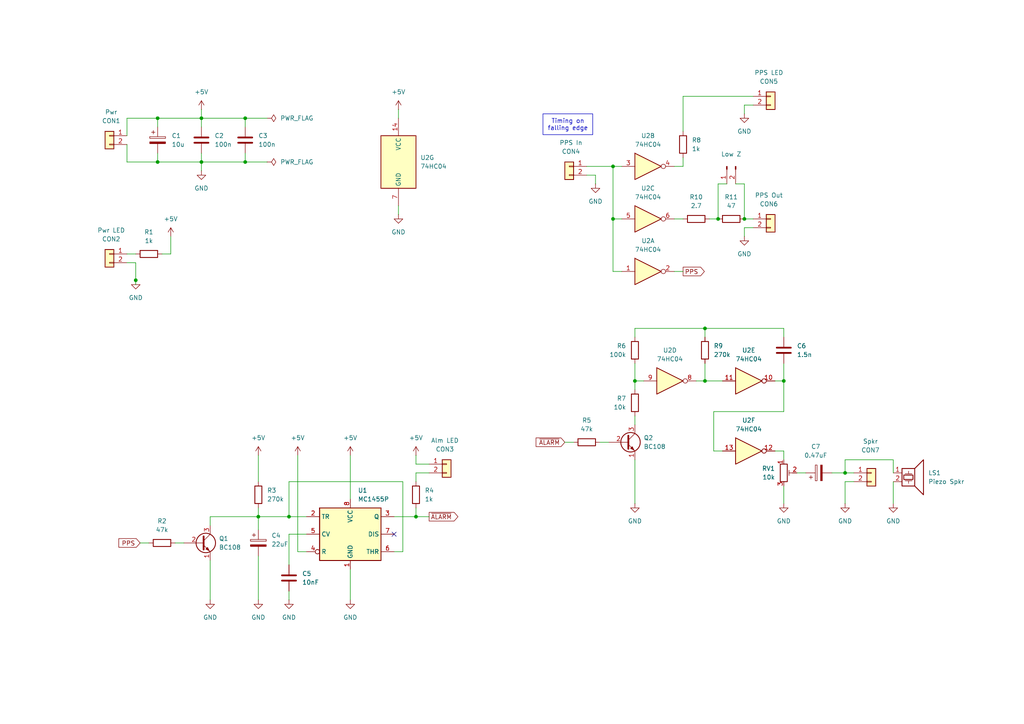
<source format=kicad_sch>
(kicad_sch
	(version 20231120)
	(generator "eeschema")
	(generator_version "8.0")
	(uuid "27bad215-4de4-4d9f-9c3f-176a1fbe08d2")
	(paper "A4")
	(title_block
		(title "GPS Receiver PPS Buffer")
		(date "2024-10-07")
		(rev "0.2")
		(company "Smithnet")
	)
	(lib_symbols
		(symbol "74xx:74HC04"
			(exclude_from_sim no)
			(in_bom yes)
			(on_board yes)
			(property "Reference" "U"
				(at 0 1.27 0)
				(effects
					(font
						(size 1.27 1.27)
					)
				)
			)
			(property "Value" "74HC04"
				(at 0 -1.27 0)
				(effects
					(font
						(size 1.27 1.27)
					)
				)
			)
			(property "Footprint" ""
				(at 0 0 0)
				(effects
					(font
						(size 1.27 1.27)
					)
					(hide yes)
				)
			)
			(property "Datasheet" "https://assets.nexperia.com/documents/data-sheet/74HC_HCT04.pdf"
				(at 0 0 0)
				(effects
					(font
						(size 1.27 1.27)
					)
					(hide yes)
				)
			)
			(property "Description" "Hex Inverter"
				(at 0 0 0)
				(effects
					(font
						(size 1.27 1.27)
					)
					(hide yes)
				)
			)
			(property "ki_locked" ""
				(at 0 0 0)
				(effects
					(font
						(size 1.27 1.27)
					)
				)
			)
			(property "ki_keywords" "HCMOS not inv"
				(at 0 0 0)
				(effects
					(font
						(size 1.27 1.27)
					)
					(hide yes)
				)
			)
			(property "ki_fp_filters" "DIP*W7.62mm* SSOP?14* TSSOP?14*"
				(at 0 0 0)
				(effects
					(font
						(size 1.27 1.27)
					)
					(hide yes)
				)
			)
			(symbol "74HC04_1_0"
				(polyline
					(pts
						(xy -3.81 3.81) (xy -3.81 -3.81) (xy 3.81 0) (xy -3.81 3.81)
					)
					(stroke
						(width 0.254)
						(type default)
					)
					(fill
						(type background)
					)
				)
				(pin input line
					(at -7.62 0 0)
					(length 3.81)
					(name "~"
						(effects
							(font
								(size 1.27 1.27)
							)
						)
					)
					(number "1"
						(effects
							(font
								(size 1.27 1.27)
							)
						)
					)
				)
				(pin output inverted
					(at 7.62 0 180)
					(length 3.81)
					(name "~"
						(effects
							(font
								(size 1.27 1.27)
							)
						)
					)
					(number "2"
						(effects
							(font
								(size 1.27 1.27)
							)
						)
					)
				)
			)
			(symbol "74HC04_2_0"
				(polyline
					(pts
						(xy -3.81 3.81) (xy -3.81 -3.81) (xy 3.81 0) (xy -3.81 3.81)
					)
					(stroke
						(width 0.254)
						(type default)
					)
					(fill
						(type background)
					)
				)
				(pin input line
					(at -7.62 0 0)
					(length 3.81)
					(name "~"
						(effects
							(font
								(size 1.27 1.27)
							)
						)
					)
					(number "3"
						(effects
							(font
								(size 1.27 1.27)
							)
						)
					)
				)
				(pin output inverted
					(at 7.62 0 180)
					(length 3.81)
					(name "~"
						(effects
							(font
								(size 1.27 1.27)
							)
						)
					)
					(number "4"
						(effects
							(font
								(size 1.27 1.27)
							)
						)
					)
				)
			)
			(symbol "74HC04_3_0"
				(polyline
					(pts
						(xy -3.81 3.81) (xy -3.81 -3.81) (xy 3.81 0) (xy -3.81 3.81)
					)
					(stroke
						(width 0.254)
						(type default)
					)
					(fill
						(type background)
					)
				)
				(pin input line
					(at -7.62 0 0)
					(length 3.81)
					(name "~"
						(effects
							(font
								(size 1.27 1.27)
							)
						)
					)
					(number "5"
						(effects
							(font
								(size 1.27 1.27)
							)
						)
					)
				)
				(pin output inverted
					(at 7.62 0 180)
					(length 3.81)
					(name "~"
						(effects
							(font
								(size 1.27 1.27)
							)
						)
					)
					(number "6"
						(effects
							(font
								(size 1.27 1.27)
							)
						)
					)
				)
			)
			(symbol "74HC04_4_0"
				(polyline
					(pts
						(xy -3.81 3.81) (xy -3.81 -3.81) (xy 3.81 0) (xy -3.81 3.81)
					)
					(stroke
						(width 0.254)
						(type default)
					)
					(fill
						(type background)
					)
				)
				(pin output inverted
					(at 7.62 0 180)
					(length 3.81)
					(name "~"
						(effects
							(font
								(size 1.27 1.27)
							)
						)
					)
					(number "8"
						(effects
							(font
								(size 1.27 1.27)
							)
						)
					)
				)
				(pin input line
					(at -7.62 0 0)
					(length 3.81)
					(name "~"
						(effects
							(font
								(size 1.27 1.27)
							)
						)
					)
					(number "9"
						(effects
							(font
								(size 1.27 1.27)
							)
						)
					)
				)
			)
			(symbol "74HC04_5_0"
				(polyline
					(pts
						(xy -3.81 3.81) (xy -3.81 -3.81) (xy 3.81 0) (xy -3.81 3.81)
					)
					(stroke
						(width 0.254)
						(type default)
					)
					(fill
						(type background)
					)
				)
				(pin output inverted
					(at 7.62 0 180)
					(length 3.81)
					(name "~"
						(effects
							(font
								(size 1.27 1.27)
							)
						)
					)
					(number "10"
						(effects
							(font
								(size 1.27 1.27)
							)
						)
					)
				)
				(pin input line
					(at -7.62 0 0)
					(length 3.81)
					(name "~"
						(effects
							(font
								(size 1.27 1.27)
							)
						)
					)
					(number "11"
						(effects
							(font
								(size 1.27 1.27)
							)
						)
					)
				)
			)
			(symbol "74HC04_6_0"
				(polyline
					(pts
						(xy -3.81 3.81) (xy -3.81 -3.81) (xy 3.81 0) (xy -3.81 3.81)
					)
					(stroke
						(width 0.254)
						(type default)
					)
					(fill
						(type background)
					)
				)
				(pin output inverted
					(at 7.62 0 180)
					(length 3.81)
					(name "~"
						(effects
							(font
								(size 1.27 1.27)
							)
						)
					)
					(number "12"
						(effects
							(font
								(size 1.27 1.27)
							)
						)
					)
				)
				(pin input line
					(at -7.62 0 0)
					(length 3.81)
					(name "~"
						(effects
							(font
								(size 1.27 1.27)
							)
						)
					)
					(number "13"
						(effects
							(font
								(size 1.27 1.27)
							)
						)
					)
				)
			)
			(symbol "74HC04_7_0"
				(pin power_in line
					(at 0 12.7 270)
					(length 5.08)
					(name "VCC"
						(effects
							(font
								(size 1.27 1.27)
							)
						)
					)
					(number "14"
						(effects
							(font
								(size 1.27 1.27)
							)
						)
					)
				)
				(pin power_in line
					(at 0 -12.7 90)
					(length 5.08)
					(name "GND"
						(effects
							(font
								(size 1.27 1.27)
							)
						)
					)
					(number "7"
						(effects
							(font
								(size 1.27 1.27)
							)
						)
					)
				)
			)
			(symbol "74HC04_7_1"
				(rectangle
					(start -5.08 7.62)
					(end 5.08 -7.62)
					(stroke
						(width 0.254)
						(type default)
					)
					(fill
						(type background)
					)
				)
			)
		)
		(symbol "Connector:Conn_01x02_Pin"
			(pin_names
				(offset 1.016) hide)
			(exclude_from_sim no)
			(in_bom yes)
			(on_board yes)
			(property "Reference" "J"
				(at 0 2.54 0)
				(effects
					(font
						(size 1.27 1.27)
					)
				)
			)
			(property "Value" "Conn_01x02_Pin"
				(at 0 -5.08 0)
				(effects
					(font
						(size 1.27 1.27)
					)
				)
			)
			(property "Footprint" ""
				(at 0 0 0)
				(effects
					(font
						(size 1.27 1.27)
					)
					(hide yes)
				)
			)
			(property "Datasheet" "~"
				(at 0 0 0)
				(effects
					(font
						(size 1.27 1.27)
					)
					(hide yes)
				)
			)
			(property "Description" "Generic connector, single row, 01x02, script generated"
				(at 0 0 0)
				(effects
					(font
						(size 1.27 1.27)
					)
					(hide yes)
				)
			)
			(property "ki_locked" ""
				(at 0 0 0)
				(effects
					(font
						(size 1.27 1.27)
					)
				)
			)
			(property "ki_keywords" "connector"
				(at 0 0 0)
				(effects
					(font
						(size 1.27 1.27)
					)
					(hide yes)
				)
			)
			(property "ki_fp_filters" "Connector*:*_1x??_*"
				(at 0 0 0)
				(effects
					(font
						(size 1.27 1.27)
					)
					(hide yes)
				)
			)
			(symbol "Conn_01x02_Pin_1_1"
				(polyline
					(pts
						(xy 1.27 -2.54) (xy 0.8636 -2.54)
					)
					(stroke
						(width 0.1524)
						(type default)
					)
					(fill
						(type none)
					)
				)
				(polyline
					(pts
						(xy 1.27 0) (xy 0.8636 0)
					)
					(stroke
						(width 0.1524)
						(type default)
					)
					(fill
						(type none)
					)
				)
				(rectangle
					(start 0.8636 -2.413)
					(end 0 -2.667)
					(stroke
						(width 0.1524)
						(type default)
					)
					(fill
						(type outline)
					)
				)
				(rectangle
					(start 0.8636 0.127)
					(end 0 -0.127)
					(stroke
						(width 0.1524)
						(type default)
					)
					(fill
						(type outline)
					)
				)
				(pin passive line
					(at 5.08 0 180)
					(length 3.81)
					(name "Pin_1"
						(effects
							(font
								(size 1.27 1.27)
							)
						)
					)
					(number "1"
						(effects
							(font
								(size 1.27 1.27)
							)
						)
					)
				)
				(pin passive line
					(at 5.08 -2.54 180)
					(length 3.81)
					(name "Pin_2"
						(effects
							(font
								(size 1.27 1.27)
							)
						)
					)
					(number "2"
						(effects
							(font
								(size 1.27 1.27)
							)
						)
					)
				)
			)
		)
		(symbol "Connector_Generic:Conn_01x02"
			(pin_names
				(offset 1.016) hide)
			(exclude_from_sim no)
			(in_bom yes)
			(on_board yes)
			(property "Reference" "J"
				(at 0 2.54 0)
				(effects
					(font
						(size 1.27 1.27)
					)
				)
			)
			(property "Value" "Conn_01x02"
				(at 0 -5.08 0)
				(effects
					(font
						(size 1.27 1.27)
					)
				)
			)
			(property "Footprint" ""
				(at 0 0 0)
				(effects
					(font
						(size 1.27 1.27)
					)
					(hide yes)
				)
			)
			(property "Datasheet" "~"
				(at 0 0 0)
				(effects
					(font
						(size 1.27 1.27)
					)
					(hide yes)
				)
			)
			(property "Description" "Generic connector, single row, 01x02, script generated (kicad-library-utils/schlib/autogen/connector/)"
				(at 0 0 0)
				(effects
					(font
						(size 1.27 1.27)
					)
					(hide yes)
				)
			)
			(property "ki_keywords" "connector"
				(at 0 0 0)
				(effects
					(font
						(size 1.27 1.27)
					)
					(hide yes)
				)
			)
			(property "ki_fp_filters" "Connector*:*_1x??_*"
				(at 0 0 0)
				(effects
					(font
						(size 1.27 1.27)
					)
					(hide yes)
				)
			)
			(symbol "Conn_01x02_1_1"
				(rectangle
					(start -1.27 -2.413)
					(end 0 -2.667)
					(stroke
						(width 0.1524)
						(type default)
					)
					(fill
						(type none)
					)
				)
				(rectangle
					(start -1.27 0.127)
					(end 0 -0.127)
					(stroke
						(width 0.1524)
						(type default)
					)
					(fill
						(type none)
					)
				)
				(rectangle
					(start -1.27 1.27)
					(end 1.27 -3.81)
					(stroke
						(width 0.254)
						(type default)
					)
					(fill
						(type background)
					)
				)
				(pin passive line
					(at -5.08 0 0)
					(length 3.81)
					(name "Pin_1"
						(effects
							(font
								(size 1.27 1.27)
							)
						)
					)
					(number "1"
						(effects
							(font
								(size 1.27 1.27)
							)
						)
					)
				)
				(pin passive line
					(at -5.08 -2.54 0)
					(length 3.81)
					(name "Pin_2"
						(effects
							(font
								(size 1.27 1.27)
							)
						)
					)
					(number "2"
						(effects
							(font
								(size 1.27 1.27)
							)
						)
					)
				)
			)
		)
		(symbol "Device:C"
			(pin_numbers hide)
			(pin_names
				(offset 0.254)
			)
			(exclude_from_sim no)
			(in_bom yes)
			(on_board yes)
			(property "Reference" "C"
				(at 0.635 2.54 0)
				(effects
					(font
						(size 1.27 1.27)
					)
					(justify left)
				)
			)
			(property "Value" "C"
				(at 0.635 -2.54 0)
				(effects
					(font
						(size 1.27 1.27)
					)
					(justify left)
				)
			)
			(property "Footprint" ""
				(at 0.9652 -3.81 0)
				(effects
					(font
						(size 1.27 1.27)
					)
					(hide yes)
				)
			)
			(property "Datasheet" "~"
				(at 0 0 0)
				(effects
					(font
						(size 1.27 1.27)
					)
					(hide yes)
				)
			)
			(property "Description" "Unpolarized capacitor"
				(at 0 0 0)
				(effects
					(font
						(size 1.27 1.27)
					)
					(hide yes)
				)
			)
			(property "ki_keywords" "cap capacitor"
				(at 0 0 0)
				(effects
					(font
						(size 1.27 1.27)
					)
					(hide yes)
				)
			)
			(property "ki_fp_filters" "C_*"
				(at 0 0 0)
				(effects
					(font
						(size 1.27 1.27)
					)
					(hide yes)
				)
			)
			(symbol "C_0_1"
				(polyline
					(pts
						(xy -2.032 -0.762) (xy 2.032 -0.762)
					)
					(stroke
						(width 0.508)
						(type default)
					)
					(fill
						(type none)
					)
				)
				(polyline
					(pts
						(xy -2.032 0.762) (xy 2.032 0.762)
					)
					(stroke
						(width 0.508)
						(type default)
					)
					(fill
						(type none)
					)
				)
			)
			(symbol "C_1_1"
				(pin passive line
					(at 0 3.81 270)
					(length 2.794)
					(name "~"
						(effects
							(font
								(size 1.27 1.27)
							)
						)
					)
					(number "1"
						(effects
							(font
								(size 1.27 1.27)
							)
						)
					)
				)
				(pin passive line
					(at 0 -3.81 90)
					(length 2.794)
					(name "~"
						(effects
							(font
								(size 1.27 1.27)
							)
						)
					)
					(number "2"
						(effects
							(font
								(size 1.27 1.27)
							)
						)
					)
				)
			)
		)
		(symbol "Device:C_Polarized"
			(pin_numbers hide)
			(pin_names
				(offset 0.254)
			)
			(exclude_from_sim no)
			(in_bom yes)
			(on_board yes)
			(property "Reference" "C"
				(at 0.635 2.54 0)
				(effects
					(font
						(size 1.27 1.27)
					)
					(justify left)
				)
			)
			(property "Value" "C_Polarized"
				(at 0.635 -2.54 0)
				(effects
					(font
						(size 1.27 1.27)
					)
					(justify left)
				)
			)
			(property "Footprint" ""
				(at 0.9652 -3.81 0)
				(effects
					(font
						(size 1.27 1.27)
					)
					(hide yes)
				)
			)
			(property "Datasheet" "~"
				(at 0 0 0)
				(effects
					(font
						(size 1.27 1.27)
					)
					(hide yes)
				)
			)
			(property "Description" "Polarized capacitor"
				(at 0 0 0)
				(effects
					(font
						(size 1.27 1.27)
					)
					(hide yes)
				)
			)
			(property "ki_keywords" "cap capacitor"
				(at 0 0 0)
				(effects
					(font
						(size 1.27 1.27)
					)
					(hide yes)
				)
			)
			(property "ki_fp_filters" "CP_*"
				(at 0 0 0)
				(effects
					(font
						(size 1.27 1.27)
					)
					(hide yes)
				)
			)
			(symbol "C_Polarized_0_1"
				(rectangle
					(start -2.286 0.508)
					(end 2.286 1.016)
					(stroke
						(width 0)
						(type default)
					)
					(fill
						(type none)
					)
				)
				(polyline
					(pts
						(xy -1.778 2.286) (xy -0.762 2.286)
					)
					(stroke
						(width 0)
						(type default)
					)
					(fill
						(type none)
					)
				)
				(polyline
					(pts
						(xy -1.27 2.794) (xy -1.27 1.778)
					)
					(stroke
						(width 0)
						(type default)
					)
					(fill
						(type none)
					)
				)
				(rectangle
					(start 2.286 -0.508)
					(end -2.286 -1.016)
					(stroke
						(width 0)
						(type default)
					)
					(fill
						(type outline)
					)
				)
			)
			(symbol "C_Polarized_1_1"
				(pin passive line
					(at 0 3.81 270)
					(length 2.794)
					(name "~"
						(effects
							(font
								(size 1.27 1.27)
							)
						)
					)
					(number "1"
						(effects
							(font
								(size 1.27 1.27)
							)
						)
					)
				)
				(pin passive line
					(at 0 -3.81 90)
					(length 2.794)
					(name "~"
						(effects
							(font
								(size 1.27 1.27)
							)
						)
					)
					(number "2"
						(effects
							(font
								(size 1.27 1.27)
							)
						)
					)
				)
			)
		)
		(symbol "Device:R"
			(pin_numbers hide)
			(pin_names
				(offset 0)
			)
			(exclude_from_sim no)
			(in_bom yes)
			(on_board yes)
			(property "Reference" "R"
				(at 2.032 0 90)
				(effects
					(font
						(size 1.27 1.27)
					)
				)
			)
			(property "Value" "R"
				(at 0 0 90)
				(effects
					(font
						(size 1.27 1.27)
					)
				)
			)
			(property "Footprint" ""
				(at -1.778 0 90)
				(effects
					(font
						(size 1.27 1.27)
					)
					(hide yes)
				)
			)
			(property "Datasheet" "~"
				(at 0 0 0)
				(effects
					(font
						(size 1.27 1.27)
					)
					(hide yes)
				)
			)
			(property "Description" "Resistor"
				(at 0 0 0)
				(effects
					(font
						(size 1.27 1.27)
					)
					(hide yes)
				)
			)
			(property "ki_keywords" "R res resistor"
				(at 0 0 0)
				(effects
					(font
						(size 1.27 1.27)
					)
					(hide yes)
				)
			)
			(property "ki_fp_filters" "R_*"
				(at 0 0 0)
				(effects
					(font
						(size 1.27 1.27)
					)
					(hide yes)
				)
			)
			(symbol "R_0_1"
				(rectangle
					(start -1.016 -2.54)
					(end 1.016 2.54)
					(stroke
						(width 0.254)
						(type default)
					)
					(fill
						(type none)
					)
				)
			)
			(symbol "R_1_1"
				(pin passive line
					(at 0 3.81 270)
					(length 1.27)
					(name "~"
						(effects
							(font
								(size 1.27 1.27)
							)
						)
					)
					(number "1"
						(effects
							(font
								(size 1.27 1.27)
							)
						)
					)
				)
				(pin passive line
					(at 0 -3.81 90)
					(length 1.27)
					(name "~"
						(effects
							(font
								(size 1.27 1.27)
							)
						)
					)
					(number "2"
						(effects
							(font
								(size 1.27 1.27)
							)
						)
					)
				)
			)
		)
		(symbol "Device:R_Potentiometer_Trim"
			(pin_names
				(offset 1.016) hide)
			(exclude_from_sim no)
			(in_bom yes)
			(on_board yes)
			(property "Reference" "RV"
				(at -4.445 0 90)
				(effects
					(font
						(size 1.27 1.27)
					)
				)
			)
			(property "Value" "R_Potentiometer_Trim"
				(at -2.54 0 90)
				(effects
					(font
						(size 1.27 1.27)
					)
				)
			)
			(property "Footprint" ""
				(at 0 0 0)
				(effects
					(font
						(size 1.27 1.27)
					)
					(hide yes)
				)
			)
			(property "Datasheet" "~"
				(at 0 0 0)
				(effects
					(font
						(size 1.27 1.27)
					)
					(hide yes)
				)
			)
			(property "Description" "Trim-potentiometer"
				(at 0 0 0)
				(effects
					(font
						(size 1.27 1.27)
					)
					(hide yes)
				)
			)
			(property "ki_keywords" "resistor variable trimpot trimmer"
				(at 0 0 0)
				(effects
					(font
						(size 1.27 1.27)
					)
					(hide yes)
				)
			)
			(property "ki_fp_filters" "Potentiometer*"
				(at 0 0 0)
				(effects
					(font
						(size 1.27 1.27)
					)
					(hide yes)
				)
			)
			(symbol "R_Potentiometer_Trim_0_1"
				(polyline
					(pts
						(xy 1.524 0.762) (xy 1.524 -0.762)
					)
					(stroke
						(width 0)
						(type default)
					)
					(fill
						(type none)
					)
				)
				(polyline
					(pts
						(xy 2.54 0) (xy 1.524 0)
					)
					(stroke
						(width 0)
						(type default)
					)
					(fill
						(type none)
					)
				)
				(rectangle
					(start 1.016 2.54)
					(end -1.016 -2.54)
					(stroke
						(width 0.254)
						(type default)
					)
					(fill
						(type none)
					)
				)
			)
			(symbol "R_Potentiometer_Trim_1_1"
				(pin passive line
					(at 0 3.81 270)
					(length 1.27)
					(name "1"
						(effects
							(font
								(size 1.27 1.27)
							)
						)
					)
					(number "1"
						(effects
							(font
								(size 1.27 1.27)
							)
						)
					)
				)
				(pin passive line
					(at 3.81 0 180)
					(length 1.27)
					(name "2"
						(effects
							(font
								(size 1.27 1.27)
							)
						)
					)
					(number "2"
						(effects
							(font
								(size 1.27 1.27)
							)
						)
					)
				)
				(pin passive line
					(at 0 -3.81 90)
					(length 1.27)
					(name "3"
						(effects
							(font
								(size 1.27 1.27)
							)
						)
					)
					(number "3"
						(effects
							(font
								(size 1.27 1.27)
							)
						)
					)
				)
			)
		)
		(symbol "Device:Speaker_Crystal"
			(pin_names
				(offset 0) hide)
			(exclude_from_sim no)
			(in_bom yes)
			(on_board yes)
			(property "Reference" "LS"
				(at 0.635 5.715 0)
				(effects
					(font
						(size 1.27 1.27)
					)
					(justify right)
				)
			)
			(property "Value" "Speaker_Crystal"
				(at 0.635 3.81 0)
				(effects
					(font
						(size 1.27 1.27)
					)
					(justify right)
				)
			)
			(property "Footprint" ""
				(at -0.889 -1.27 0)
				(effects
					(font
						(size 1.27 1.27)
					)
					(hide yes)
				)
			)
			(property "Datasheet" "~"
				(at -0.889 -1.27 0)
				(effects
					(font
						(size 1.27 1.27)
					)
					(hide yes)
				)
			)
			(property "Description" "Crystal speaker/transducer"
				(at 0 0 0)
				(effects
					(font
						(size 1.27 1.27)
					)
					(hide yes)
				)
			)
			(property "ki_keywords" "crystal speaker ultrasonic transducer"
				(at 0 0 0)
				(effects
					(font
						(size 1.27 1.27)
					)
					(hide yes)
				)
			)
			(symbol "Speaker_Crystal_0_0"
				(rectangle
					(start -2.54 1.27)
					(end 1.143 -3.81)
					(stroke
						(width 0.254)
						(type default)
					)
					(fill
						(type none)
					)
				)
				(rectangle
					(start -2.032 -0.635)
					(end 0.635 -1.905)
					(stroke
						(width 0.254)
						(type default)
					)
					(fill
						(type none)
					)
				)
				(polyline
					(pts
						(xy -1.651 -2.286) (xy 0.381 -2.286)
					)
					(stroke
						(width 0)
						(type default)
					)
					(fill
						(type none)
					)
				)
				(polyline
					(pts
						(xy -1.651 -0.254) (xy 0.381 -0.254)
					)
					(stroke
						(width 0)
						(type default)
					)
					(fill
						(type none)
					)
				)
				(polyline
					(pts
						(xy -0.635 -2.286) (xy -0.635 -3.048)
					)
					(stroke
						(width 0)
						(type default)
					)
					(fill
						(type none)
					)
				)
				(polyline
					(pts
						(xy -0.635 -0.254) (xy -0.635 0.508)
					)
					(stroke
						(width 0)
						(type default)
					)
					(fill
						(type none)
					)
				)
				(polyline
					(pts
						(xy 1.143 1.27) (xy 3.683 3.81) (xy 3.683 -6.35) (xy 1.143 -3.81)
					)
					(stroke
						(width 0.254)
						(type default)
					)
					(fill
						(type none)
					)
				)
			)
			(symbol "Speaker_Crystal_1_1"
				(pin input line
					(at -5.08 0 0)
					(length 2.54)
					(name "1"
						(effects
							(font
								(size 1.27 1.27)
							)
						)
					)
					(number "1"
						(effects
							(font
								(size 1.27 1.27)
							)
						)
					)
				)
				(pin input line
					(at -5.08 -2.54 0)
					(length 2.54)
					(name "2"
						(effects
							(font
								(size 1.27 1.27)
							)
						)
					)
					(number "2"
						(effects
							(font
								(size 1.27 1.27)
							)
						)
					)
				)
			)
		)
		(symbol "Timer:MC1455P"
			(exclude_from_sim no)
			(in_bom yes)
			(on_board yes)
			(property "Reference" "U"
				(at -10.16 8.89 0)
				(effects
					(font
						(size 1.27 1.27)
					)
					(justify left)
				)
			)
			(property "Value" "MC1455P"
				(at 2.54 8.89 0)
				(effects
					(font
						(size 1.27 1.27)
					)
					(justify left)
				)
			)
			(property "Footprint" "Package_DIP:DIP-8_W7.62mm"
				(at 16.51 -10.16 0)
				(effects
					(font
						(size 1.27 1.27)
					)
					(hide yes)
				)
			)
			(property "Datasheet" "https://www.onsemi.com/pub/Collateral/MC1455-D.PDF"
				(at 21.59 -10.16 0)
				(effects
					(font
						(size 1.27 1.27)
					)
					(hide yes)
				)
			)
			(property "Description" "Timer, 555 compatible, PDIP-8"
				(at 0 0 0)
				(effects
					(font
						(size 1.27 1.27)
					)
					(hide yes)
				)
			)
			(property "ki_keywords" "single timer 555"
				(at 0 0 0)
				(effects
					(font
						(size 1.27 1.27)
					)
					(hide yes)
				)
			)
			(property "ki_fp_filters" "DIP*W7.62mm*"
				(at 0 0 0)
				(effects
					(font
						(size 1.27 1.27)
					)
					(hide yes)
				)
			)
			(symbol "MC1455P_0_0"
				(pin power_in line
					(at 0 -10.16 90)
					(length 2.54)
					(name "GND"
						(effects
							(font
								(size 1.27 1.27)
							)
						)
					)
					(number "1"
						(effects
							(font
								(size 1.27 1.27)
							)
						)
					)
				)
				(pin power_in line
					(at 0 10.16 270)
					(length 2.54)
					(name "VCC"
						(effects
							(font
								(size 1.27 1.27)
							)
						)
					)
					(number "8"
						(effects
							(font
								(size 1.27 1.27)
							)
						)
					)
				)
			)
			(symbol "MC1455P_0_1"
				(rectangle
					(start -8.89 -7.62)
					(end 8.89 7.62)
					(stroke
						(width 0.254)
						(type default)
					)
					(fill
						(type background)
					)
				)
				(rectangle
					(start -8.89 -7.62)
					(end 8.89 7.62)
					(stroke
						(width 0.254)
						(type default)
					)
					(fill
						(type background)
					)
				)
			)
			(symbol "MC1455P_1_1"
				(pin input line
					(at -12.7 5.08 0)
					(length 3.81)
					(name "TR"
						(effects
							(font
								(size 1.27 1.27)
							)
						)
					)
					(number "2"
						(effects
							(font
								(size 1.27 1.27)
							)
						)
					)
				)
				(pin output line
					(at 12.7 5.08 180)
					(length 3.81)
					(name "Q"
						(effects
							(font
								(size 1.27 1.27)
							)
						)
					)
					(number "3"
						(effects
							(font
								(size 1.27 1.27)
							)
						)
					)
				)
				(pin input inverted
					(at -12.7 -5.08 0)
					(length 3.81)
					(name "R"
						(effects
							(font
								(size 1.27 1.27)
							)
						)
					)
					(number "4"
						(effects
							(font
								(size 1.27 1.27)
							)
						)
					)
				)
				(pin input line
					(at -12.7 0 0)
					(length 3.81)
					(name "CV"
						(effects
							(font
								(size 1.27 1.27)
							)
						)
					)
					(number "5"
						(effects
							(font
								(size 1.27 1.27)
							)
						)
					)
				)
				(pin input line
					(at 12.7 -5.08 180)
					(length 3.81)
					(name "THR"
						(effects
							(font
								(size 1.27 1.27)
							)
						)
					)
					(number "6"
						(effects
							(font
								(size 1.27 1.27)
							)
						)
					)
				)
				(pin input line
					(at 12.7 0 180)
					(length 3.81)
					(name "DIS"
						(effects
							(font
								(size 1.27 1.27)
							)
						)
					)
					(number "7"
						(effects
							(font
								(size 1.27 1.27)
							)
						)
					)
				)
			)
		)
		(symbol "Transistor_BJT:BC108"
			(pin_names
				(offset 0) hide)
			(exclude_from_sim no)
			(in_bom yes)
			(on_board yes)
			(property "Reference" "Q"
				(at 5.08 1.905 0)
				(effects
					(font
						(size 1.27 1.27)
					)
					(justify left)
				)
			)
			(property "Value" "BC108"
				(at 5.08 0 0)
				(effects
					(font
						(size 1.27 1.27)
					)
					(justify left)
				)
			)
			(property "Footprint" "Package_TO_SOT_THT:TO-18-3"
				(at 5.08 -1.905 0)
				(effects
					(font
						(size 1.27 1.27)
						(italic yes)
					)
					(justify left)
					(hide yes)
				)
			)
			(property "Datasheet" "http://www.b-kainka.de/Daten/Transistor/BC108.pdf"
				(at 0 0 0)
				(effects
					(font
						(size 1.27 1.27)
					)
					(justify left)
					(hide yes)
				)
			)
			(property "Description" "0.1A Ic, 30V Vce, Low Noise General Purpose NPN Transistor, TO-18"
				(at 0 0 0)
				(effects
					(font
						(size 1.27 1.27)
					)
					(hide yes)
				)
			)
			(property "ki_keywords" "NPN low noise transistor"
				(at 0 0 0)
				(effects
					(font
						(size 1.27 1.27)
					)
					(hide yes)
				)
			)
			(property "ki_fp_filters" "TO?18*"
				(at 0 0 0)
				(effects
					(font
						(size 1.27 1.27)
					)
					(hide yes)
				)
			)
			(symbol "BC108_0_1"
				(polyline
					(pts
						(xy 0.635 0.635) (xy 2.54 2.54)
					)
					(stroke
						(width 0)
						(type default)
					)
					(fill
						(type none)
					)
				)
				(polyline
					(pts
						(xy 0.635 -0.635) (xy 2.54 -2.54) (xy 2.54 -2.54)
					)
					(stroke
						(width 0)
						(type default)
					)
					(fill
						(type none)
					)
				)
				(polyline
					(pts
						(xy 0.635 1.905) (xy 0.635 -1.905) (xy 0.635 -1.905)
					)
					(stroke
						(width 0.508)
						(type default)
					)
					(fill
						(type none)
					)
				)
				(polyline
					(pts
						(xy 1.27 -1.778) (xy 1.778 -1.27) (xy 2.286 -2.286) (xy 1.27 -1.778) (xy 1.27 -1.778)
					)
					(stroke
						(width 0)
						(type default)
					)
					(fill
						(type outline)
					)
				)
				(circle
					(center 1.27 0)
					(radius 2.8194)
					(stroke
						(width 0.254)
						(type default)
					)
					(fill
						(type none)
					)
				)
			)
			(symbol "BC108_1_1"
				(pin passive line
					(at 2.54 -5.08 90)
					(length 2.54)
					(name "E"
						(effects
							(font
								(size 1.27 1.27)
							)
						)
					)
					(number "1"
						(effects
							(font
								(size 1.27 1.27)
							)
						)
					)
				)
				(pin input line
					(at -5.08 0 0)
					(length 5.715)
					(name "B"
						(effects
							(font
								(size 1.27 1.27)
							)
						)
					)
					(number "2"
						(effects
							(font
								(size 1.27 1.27)
							)
						)
					)
				)
				(pin passive line
					(at 2.54 5.08 270)
					(length 2.54)
					(name "C"
						(effects
							(font
								(size 1.27 1.27)
							)
						)
					)
					(number "3"
						(effects
							(font
								(size 1.27 1.27)
							)
						)
					)
				)
			)
		)
		(symbol "power:+5V"
			(power)
			(pin_numbers hide)
			(pin_names
				(offset 0) hide)
			(exclude_from_sim no)
			(in_bom yes)
			(on_board yes)
			(property "Reference" "#PWR"
				(at 0 -3.81 0)
				(effects
					(font
						(size 1.27 1.27)
					)
					(hide yes)
				)
			)
			(property "Value" "+5V"
				(at 0 3.556 0)
				(effects
					(font
						(size 1.27 1.27)
					)
				)
			)
			(property "Footprint" ""
				(at 0 0 0)
				(effects
					(font
						(size 1.27 1.27)
					)
					(hide yes)
				)
			)
			(property "Datasheet" ""
				(at 0 0 0)
				(effects
					(font
						(size 1.27 1.27)
					)
					(hide yes)
				)
			)
			(property "Description" "Power symbol creates a global label with name \"+5V\""
				(at 0 0 0)
				(effects
					(font
						(size 1.27 1.27)
					)
					(hide yes)
				)
			)
			(property "ki_keywords" "global power"
				(at 0 0 0)
				(effects
					(font
						(size 1.27 1.27)
					)
					(hide yes)
				)
			)
			(symbol "+5V_0_1"
				(polyline
					(pts
						(xy -0.762 1.27) (xy 0 2.54)
					)
					(stroke
						(width 0)
						(type default)
					)
					(fill
						(type none)
					)
				)
				(polyline
					(pts
						(xy 0 0) (xy 0 2.54)
					)
					(stroke
						(width 0)
						(type default)
					)
					(fill
						(type none)
					)
				)
				(polyline
					(pts
						(xy 0 2.54) (xy 0.762 1.27)
					)
					(stroke
						(width 0)
						(type default)
					)
					(fill
						(type none)
					)
				)
			)
			(symbol "+5V_1_1"
				(pin power_in line
					(at 0 0 90)
					(length 0)
					(name "~"
						(effects
							(font
								(size 1.27 1.27)
							)
						)
					)
					(number "1"
						(effects
							(font
								(size 1.27 1.27)
							)
						)
					)
				)
			)
		)
		(symbol "power:GND"
			(power)
			(pin_numbers hide)
			(pin_names
				(offset 0) hide)
			(exclude_from_sim no)
			(in_bom yes)
			(on_board yes)
			(property "Reference" "#PWR"
				(at 0 -6.35 0)
				(effects
					(font
						(size 1.27 1.27)
					)
					(hide yes)
				)
			)
			(property "Value" "GND"
				(at 0 -3.81 0)
				(effects
					(font
						(size 1.27 1.27)
					)
				)
			)
			(property "Footprint" ""
				(at 0 0 0)
				(effects
					(font
						(size 1.27 1.27)
					)
					(hide yes)
				)
			)
			(property "Datasheet" ""
				(at 0 0 0)
				(effects
					(font
						(size 1.27 1.27)
					)
					(hide yes)
				)
			)
			(property "Description" "Power symbol creates a global label with name \"GND\" , ground"
				(at 0 0 0)
				(effects
					(font
						(size 1.27 1.27)
					)
					(hide yes)
				)
			)
			(property "ki_keywords" "global power"
				(at 0 0 0)
				(effects
					(font
						(size 1.27 1.27)
					)
					(hide yes)
				)
			)
			(symbol "GND_0_1"
				(polyline
					(pts
						(xy 0 0) (xy 0 -1.27) (xy 1.27 -1.27) (xy 0 -2.54) (xy -1.27 -1.27) (xy 0 -1.27)
					)
					(stroke
						(width 0)
						(type default)
					)
					(fill
						(type none)
					)
				)
			)
			(symbol "GND_1_1"
				(pin power_in line
					(at 0 0 270)
					(length 0)
					(name "~"
						(effects
							(font
								(size 1.27 1.27)
							)
						)
					)
					(number "1"
						(effects
							(font
								(size 1.27 1.27)
							)
						)
					)
				)
			)
		)
		(symbol "power:PWR_FLAG"
			(power)
			(pin_numbers hide)
			(pin_names
				(offset 0) hide)
			(exclude_from_sim no)
			(in_bom yes)
			(on_board yes)
			(property "Reference" "#FLG"
				(at 0 1.905 0)
				(effects
					(font
						(size 1.27 1.27)
					)
					(hide yes)
				)
			)
			(property "Value" "PWR_FLAG"
				(at 0 3.81 0)
				(effects
					(font
						(size 1.27 1.27)
					)
				)
			)
			(property "Footprint" ""
				(at 0 0 0)
				(effects
					(font
						(size 1.27 1.27)
					)
					(hide yes)
				)
			)
			(property "Datasheet" "~"
				(at 0 0 0)
				(effects
					(font
						(size 1.27 1.27)
					)
					(hide yes)
				)
			)
			(property "Description" "Special symbol for telling ERC where power comes from"
				(at 0 0 0)
				(effects
					(font
						(size 1.27 1.27)
					)
					(hide yes)
				)
			)
			(property "ki_keywords" "flag power"
				(at 0 0 0)
				(effects
					(font
						(size 1.27 1.27)
					)
					(hide yes)
				)
			)
			(symbol "PWR_FLAG_0_0"
				(pin power_out line
					(at 0 0 90)
					(length 0)
					(name "~"
						(effects
							(font
								(size 1.27 1.27)
							)
						)
					)
					(number "1"
						(effects
							(font
								(size 1.27 1.27)
							)
						)
					)
				)
			)
			(symbol "PWR_FLAG_0_1"
				(polyline
					(pts
						(xy 0 0) (xy 0 1.27) (xy -1.016 1.905) (xy 0 2.54) (xy 1.016 1.905) (xy 0 1.27)
					)
					(stroke
						(width 0)
						(type default)
					)
					(fill
						(type none)
					)
				)
			)
		)
	)
	(junction
		(at 204.47 95.25)
		(diameter 0)
		(color 0 0 0 0)
		(uuid "00ac8d36-2028-4316-bfc8-7d8e7367f577")
	)
	(junction
		(at 204.47 110.49)
		(diameter 0)
		(color 0 0 0 0)
		(uuid "00f80ba1-44b9-4afd-ac8b-de815722cbdc")
	)
	(junction
		(at 208.28 63.5)
		(diameter 0)
		(color 0 0 0 0)
		(uuid "07065f6e-f3e2-49cb-adaa-4e7dc17c6524")
	)
	(junction
		(at 45.72 46.99)
		(diameter 0)
		(color 0 0 0 0)
		(uuid "2eb8aade-7d8b-4c71-9151-2e09e10d23ff")
	)
	(junction
		(at 177.8 48.26)
		(diameter 0)
		(color 0 0 0 0)
		(uuid "4c56b96c-14a8-47f8-b4c2-7ac377f48763")
	)
	(junction
		(at 74.93 149.86)
		(diameter 0)
		(color 0 0 0 0)
		(uuid "54349e6c-2d9d-4058-a4c4-9e9a139f0d2e")
	)
	(junction
		(at 120.65 149.86)
		(diameter 0)
		(color 0 0 0 0)
		(uuid "67df3b55-b193-4868-9dc0-78e536e272a8")
	)
	(junction
		(at 71.12 46.99)
		(diameter 0)
		(color 0 0 0 0)
		(uuid "6d09d8ae-eb1f-4da3-b491-9db4a757434b")
	)
	(junction
		(at 184.15 110.49)
		(diameter 0)
		(color 0 0 0 0)
		(uuid "8230d896-0c9e-4b51-b6ff-b471eb9ebc3d")
	)
	(junction
		(at 83.82 149.86)
		(diameter 0)
		(color 0 0 0 0)
		(uuid "8a709506-8819-4d4d-a669-b8fd1e883c00")
	)
	(junction
		(at 215.9 63.5)
		(diameter 0)
		(color 0 0 0 0)
		(uuid "8d8de2d7-c9dd-4f60-a46d-98ab56ccaead")
	)
	(junction
		(at 58.42 46.99)
		(diameter 0)
		(color 0 0 0 0)
		(uuid "8db3f705-2d96-4927-b1cd-c8d0d2802d45")
	)
	(junction
		(at 227.33 110.49)
		(diameter 0)
		(color 0 0 0 0)
		(uuid "99be732b-0426-4a56-bb2a-a25acfaee687")
	)
	(junction
		(at 177.8 63.5)
		(diameter 0)
		(color 0 0 0 0)
		(uuid "d45c1501-7aea-4b00-aa7e-6c2d2a53fe1d")
	)
	(junction
		(at 45.72 34.29)
		(diameter 0)
		(color 0 0 0 0)
		(uuid "de663da9-d0fe-4122-a128-7e60ab05af7d")
	)
	(junction
		(at 58.42 34.29)
		(diameter 0)
		(color 0 0 0 0)
		(uuid "e3d8b8fb-bece-4dea-af2a-de0f1f051c96")
	)
	(junction
		(at 245.11 137.16)
		(diameter 0)
		(color 0 0 0 0)
		(uuid "ec97dacf-ad9c-4e6c-ac9c-f2b36f3246a1")
	)
	(junction
		(at 39.37 81.28)
		(diameter 0)
		(color 0 0 0 0)
		(uuid "edd38cf0-05ef-4d76-b16e-b9f5b2069d96")
	)
	(junction
		(at 71.12 34.29)
		(diameter 0)
		(color 0 0 0 0)
		(uuid "ee6a69a8-9422-4620-941f-35e78d4366b7")
	)
	(no_connect
		(at 114.3 154.94)
		(uuid "6e32dc43-2ddd-4fd0-a2e9-1228eb93c664")
	)
	(wire
		(pts
			(xy 116.84 160.02) (xy 114.3 160.02)
		)
		(stroke
			(width 0)
			(type default)
		)
		(uuid "00ec3ea8-8759-42ba-9998-e3512251f7f2")
	)
	(wire
		(pts
			(xy 172.72 50.8) (xy 172.72 53.34)
		)
		(stroke
			(width 0)
			(type default)
		)
		(uuid "02b53c6b-5946-4c6a-a8c9-fe8bb0d002f8")
	)
	(wire
		(pts
			(xy 184.15 110.49) (xy 184.15 113.03)
		)
		(stroke
			(width 0)
			(type default)
		)
		(uuid "04dcfcce-8647-4a18-aa9b-73903411731d")
	)
	(wire
		(pts
			(xy 101.6 165.1) (xy 101.6 173.99)
		)
		(stroke
			(width 0)
			(type default)
		)
		(uuid "0864b52f-7db3-49a6-bf44-fc1f91e61427")
	)
	(wire
		(pts
			(xy 227.33 140.97) (xy 227.33 146.05)
		)
		(stroke
			(width 0)
			(type default)
		)
		(uuid "0af7fd2b-8b69-49aa-968b-a9132a3f8599")
	)
	(wire
		(pts
			(xy 116.84 139.7) (xy 116.84 160.02)
		)
		(stroke
			(width 0)
			(type default)
		)
		(uuid "0e78ed25-bcb7-4afe-9e5a-e580870f4388")
	)
	(wire
		(pts
			(xy 163.83 128.27) (xy 166.37 128.27)
		)
		(stroke
			(width 0)
			(type default)
		)
		(uuid "15e5801a-24cd-4c93-9c12-a8a2b0a417a6")
	)
	(wire
		(pts
			(xy 120.65 132.08) (xy 120.65 134.62)
		)
		(stroke
			(width 0)
			(type default)
		)
		(uuid "15ec30a5-b47c-44b0-897a-5917a069b2a5")
	)
	(wire
		(pts
			(xy 120.65 149.86) (xy 124.46 149.86)
		)
		(stroke
			(width 0)
			(type default)
		)
		(uuid "17ffa55a-33d9-445a-b36f-f42269d7545a")
	)
	(wire
		(pts
			(xy 120.65 137.16) (xy 124.46 137.16)
		)
		(stroke
			(width 0)
			(type default)
		)
		(uuid "19df2bb6-b50e-4bf5-a563-f22cf0393b61")
	)
	(wire
		(pts
			(xy 83.82 154.94) (xy 83.82 163.83)
		)
		(stroke
			(width 0)
			(type default)
		)
		(uuid "1ab344da-f130-43bb-8107-54c7967911b6")
	)
	(wire
		(pts
			(xy 224.79 130.81) (xy 227.33 130.81)
		)
		(stroke
			(width 0)
			(type default)
		)
		(uuid "1d2f2529-2c44-4e2c-9a76-293e8a0e8915")
	)
	(wire
		(pts
			(xy 241.3 137.16) (xy 245.11 137.16)
		)
		(stroke
			(width 0)
			(type default)
		)
		(uuid "20aa3477-b40b-4f38-9446-4dbb301d0c2e")
	)
	(wire
		(pts
			(xy 198.12 27.94) (xy 218.44 27.94)
		)
		(stroke
			(width 0)
			(type default)
		)
		(uuid "2292dc36-2fe7-478e-9cc7-740f043b84fc")
	)
	(wire
		(pts
			(xy 74.93 147.32) (xy 74.93 149.86)
		)
		(stroke
			(width 0)
			(type default)
		)
		(uuid "253be26f-c25b-4896-b27f-dc1982f8ca14")
	)
	(wire
		(pts
			(xy 83.82 171.45) (xy 83.82 173.99)
		)
		(stroke
			(width 0)
			(type default)
		)
		(uuid "2a64796b-11ff-4cc6-8149-7bc2e25ea585")
	)
	(wire
		(pts
			(xy 208.28 53.34) (xy 210.82 53.34)
		)
		(stroke
			(width 0)
			(type default)
		)
		(uuid "2b95e015-edf6-4ccd-b03d-7989a4109a4b")
	)
	(wire
		(pts
			(xy 245.11 133.35) (xy 259.08 133.35)
		)
		(stroke
			(width 0)
			(type default)
		)
		(uuid "2bbf0757-a4ed-4f65-b839-b82f695000ea")
	)
	(wire
		(pts
			(xy 58.42 44.45) (xy 58.42 46.99)
		)
		(stroke
			(width 0)
			(type default)
		)
		(uuid "2cef1996-81c5-482e-b081-ea46b4c08aea")
	)
	(wire
		(pts
			(xy 115.57 31.75) (xy 115.57 34.29)
		)
		(stroke
			(width 0)
			(type default)
		)
		(uuid "31583ef9-13d4-4a4a-9851-aec7d1e17dce")
	)
	(wire
		(pts
			(xy 184.15 95.25) (xy 204.47 95.25)
		)
		(stroke
			(width 0)
			(type default)
		)
		(uuid "3240509e-a309-4c88-8e14-6f60a37209d7")
	)
	(wire
		(pts
			(xy 227.33 110.49) (xy 227.33 119.38)
		)
		(stroke
			(width 0)
			(type default)
		)
		(uuid "35736ad1-d85c-406f-9b27-812ca7b5baaa")
	)
	(wire
		(pts
			(xy 204.47 95.25) (xy 227.33 95.25)
		)
		(stroke
			(width 0)
			(type default)
		)
		(uuid "37b4229f-5942-42fa-8690-fd53b1d982e6")
	)
	(wire
		(pts
			(xy 36.83 34.29) (xy 36.83 39.37)
		)
		(stroke
			(width 0)
			(type default)
		)
		(uuid "390eee12-3d6a-4b62-962c-b63de72a02ad")
	)
	(wire
		(pts
			(xy 259.08 133.35) (xy 259.08 137.16)
		)
		(stroke
			(width 0)
			(type default)
		)
		(uuid "391699d1-cf63-459a-ada0-44f7abaf1fb4")
	)
	(wire
		(pts
			(xy 115.57 59.69) (xy 115.57 62.23)
		)
		(stroke
			(width 0)
			(type default)
		)
		(uuid "3d3a859c-7e55-4596-9561-f2c9a27b60fa")
	)
	(wire
		(pts
			(xy 204.47 105.41) (xy 204.47 110.49)
		)
		(stroke
			(width 0)
			(type default)
		)
		(uuid "3ff2a262-1705-4d9a-a4d5-8694df87c3f8")
	)
	(wire
		(pts
			(xy 227.33 95.25) (xy 227.33 97.79)
		)
		(stroke
			(width 0)
			(type default)
		)
		(uuid "401cd552-3bc5-4abc-8583-136a0e89e7c5")
	)
	(wire
		(pts
			(xy 83.82 139.7) (xy 116.84 139.7)
		)
		(stroke
			(width 0)
			(type default)
		)
		(uuid "47babfc2-1061-47fb-99f4-5a90e6bcf378")
	)
	(wire
		(pts
			(xy 71.12 44.45) (xy 71.12 46.99)
		)
		(stroke
			(width 0)
			(type default)
		)
		(uuid "4b233839-4320-4ba5-9277-be6bf9860aae")
	)
	(wire
		(pts
			(xy 184.15 110.49) (xy 184.15 105.41)
		)
		(stroke
			(width 0)
			(type default)
		)
		(uuid "4e25f347-a023-42c3-bee5-ca6de5d8e6f4")
	)
	(wire
		(pts
			(xy 74.93 161.29) (xy 74.93 173.99)
		)
		(stroke
			(width 0)
			(type default)
		)
		(uuid "4eeb165c-ff6c-4695-905c-6a06601460e6")
	)
	(wire
		(pts
			(xy 213.36 53.34) (xy 215.9 53.34)
		)
		(stroke
			(width 0)
			(type default)
		)
		(uuid "50a73880-2495-41a2-9730-d9a073795bca")
	)
	(wire
		(pts
			(xy 71.12 34.29) (xy 77.47 34.29)
		)
		(stroke
			(width 0)
			(type default)
		)
		(uuid "5151145f-948d-4dc8-8f62-6010a8ffa272")
	)
	(wire
		(pts
			(xy 49.53 68.58) (xy 49.53 73.66)
		)
		(stroke
			(width 0)
			(type default)
		)
		(uuid "520372f8-8b85-415a-8798-475de5a74781")
	)
	(wire
		(pts
			(xy 45.72 46.99) (xy 45.72 44.45)
		)
		(stroke
			(width 0)
			(type default)
		)
		(uuid "53892040-9744-42ba-a75e-79a484af34f7")
	)
	(wire
		(pts
			(xy 88.9 149.86) (xy 83.82 149.86)
		)
		(stroke
			(width 0)
			(type default)
		)
		(uuid "54d8bd13-7301-402f-b6f9-a6bd25b357c7")
	)
	(wire
		(pts
			(xy 120.65 134.62) (xy 124.46 134.62)
		)
		(stroke
			(width 0)
			(type default)
		)
		(uuid "56cb052b-01c0-45d3-95d0-873e3197736e")
	)
	(wire
		(pts
			(xy 198.12 27.94) (xy 198.12 38.1)
		)
		(stroke
			(width 0)
			(type default)
		)
		(uuid "572b9c64-9209-46db-8ccb-9f62dadd1867")
	)
	(wire
		(pts
			(xy 204.47 110.49) (xy 209.55 110.49)
		)
		(stroke
			(width 0)
			(type default)
		)
		(uuid "5b300394-f73b-46ce-a2a0-7dd1bca44505")
	)
	(wire
		(pts
			(xy 204.47 97.79) (xy 204.47 95.25)
		)
		(stroke
			(width 0)
			(type default)
		)
		(uuid "5b58c8ae-0dfb-41c9-933e-6c69d251f240")
	)
	(wire
		(pts
			(xy 39.37 76.2) (xy 36.83 76.2)
		)
		(stroke
			(width 0)
			(type default)
		)
		(uuid "5ba76a1e-1be2-4724-b61c-93482e82316d")
	)
	(wire
		(pts
			(xy 39.37 81.28) (xy 39.37 76.2)
		)
		(stroke
			(width 0)
			(type default)
		)
		(uuid "5de547e4-c34f-43b1-b0d6-dbc187707f90")
	)
	(wire
		(pts
			(xy 88.9 154.94) (xy 83.82 154.94)
		)
		(stroke
			(width 0)
			(type default)
		)
		(uuid "5e79d1a7-9a6c-4f20-9fe3-8c2174705c2c")
	)
	(wire
		(pts
			(xy 184.15 97.79) (xy 184.15 95.25)
		)
		(stroke
			(width 0)
			(type default)
		)
		(uuid "5f83c4cd-14a7-4cc9-9dee-0cd7c1e030fe")
	)
	(wire
		(pts
			(xy 50.8 157.48) (xy 53.34 157.48)
		)
		(stroke
			(width 0)
			(type default)
		)
		(uuid "62573b12-95a5-4d8d-a65d-bc42b8f4566f")
	)
	(wire
		(pts
			(xy 170.18 50.8) (xy 172.72 50.8)
		)
		(stroke
			(width 0)
			(type default)
		)
		(uuid "627e2b9d-5900-4c01-a315-46b608e2e3c9")
	)
	(wire
		(pts
			(xy 245.11 137.16) (xy 247.65 137.16)
		)
		(stroke
			(width 0)
			(type default)
		)
		(uuid "66427fb0-4a5b-492b-811e-498a09b8248d")
	)
	(wire
		(pts
			(xy 184.15 120.65) (xy 184.15 123.19)
		)
		(stroke
			(width 0)
			(type default)
		)
		(uuid "68f29cb2-a6de-47f7-9e05-da9401ac1837")
	)
	(wire
		(pts
			(xy 218.44 66.04) (xy 215.9 66.04)
		)
		(stroke
			(width 0)
			(type default)
		)
		(uuid "6fb7848d-c948-4b9b-81b7-fbe274db0cb5")
	)
	(wire
		(pts
			(xy 245.11 137.16) (xy 245.11 133.35)
		)
		(stroke
			(width 0)
			(type default)
		)
		(uuid "703547f8-2140-407f-a1b6-67c3eabc098e")
	)
	(wire
		(pts
			(xy 58.42 31.75) (xy 58.42 34.29)
		)
		(stroke
			(width 0)
			(type default)
		)
		(uuid "70a56501-8697-4702-a87c-91a0a97ee5c2")
	)
	(wire
		(pts
			(xy 227.33 119.38) (xy 207.01 119.38)
		)
		(stroke
			(width 0)
			(type default)
		)
		(uuid "7373c02f-4c8a-4b2b-a48e-6349b7f1fd29")
	)
	(wire
		(pts
			(xy 195.58 63.5) (xy 198.12 63.5)
		)
		(stroke
			(width 0)
			(type default)
		)
		(uuid "7788621b-1b1a-49cf-8f0c-67c77c646cff")
	)
	(wire
		(pts
			(xy 60.96 162.56) (xy 60.96 173.99)
		)
		(stroke
			(width 0)
			(type default)
		)
		(uuid "846f8fa9-0744-43e8-88c1-69179f17f2d7")
	)
	(wire
		(pts
			(xy 45.72 46.99) (xy 58.42 46.99)
		)
		(stroke
			(width 0)
			(type default)
		)
		(uuid "8484d15f-0f4a-4059-872d-029db5452f14")
	)
	(wire
		(pts
			(xy 58.42 46.99) (xy 71.12 46.99)
		)
		(stroke
			(width 0)
			(type default)
		)
		(uuid "874277ba-84dd-4de6-abb9-49272daa9da6")
	)
	(wire
		(pts
			(xy 36.83 34.29) (xy 45.72 34.29)
		)
		(stroke
			(width 0)
			(type default)
		)
		(uuid "890cbc74-1e81-4fe5-a91a-7e9dcb49ce74")
	)
	(wire
		(pts
			(xy 74.93 149.86) (xy 83.82 149.86)
		)
		(stroke
			(width 0)
			(type default)
		)
		(uuid "8ae39131-b1c8-407d-b56d-13ae1a6e8a58")
	)
	(wire
		(pts
			(xy 195.58 48.26) (xy 198.12 48.26)
		)
		(stroke
			(width 0)
			(type default)
		)
		(uuid "8b5d6483-bce0-4b25-ae66-f36769bebc71")
	)
	(wire
		(pts
			(xy 36.83 41.91) (xy 36.83 46.99)
		)
		(stroke
			(width 0)
			(type default)
		)
		(uuid "8f0de084-025f-4109-92c3-d0cf0aa210c2")
	)
	(wire
		(pts
			(xy 101.6 132.08) (xy 101.6 144.78)
		)
		(stroke
			(width 0)
			(type default)
		)
		(uuid "93bec573-7690-4a15-9983-752056766e34")
	)
	(wire
		(pts
			(xy 36.83 46.99) (xy 45.72 46.99)
		)
		(stroke
			(width 0)
			(type default)
		)
		(uuid "9499ef6e-7694-4636-99fd-acc991bcd28a")
	)
	(wire
		(pts
			(xy 177.8 78.74) (xy 180.34 78.74)
		)
		(stroke
			(width 0)
			(type default)
		)
		(uuid "9545acab-ea27-4bad-9bc4-15d9ab367a54")
	)
	(wire
		(pts
			(xy 231.14 137.16) (xy 233.68 137.16)
		)
		(stroke
			(width 0)
			(type default)
		)
		(uuid "9936c8ee-c054-4b8c-9a04-8aa7b7e6ec6e")
	)
	(wire
		(pts
			(xy 205.74 63.5) (xy 208.28 63.5)
		)
		(stroke
			(width 0)
			(type default)
		)
		(uuid "9d23d8d6-d754-4d17-bc56-b56efa55ed73")
	)
	(wire
		(pts
			(xy 74.93 149.86) (xy 74.93 153.67)
		)
		(stroke
			(width 0)
			(type default)
		)
		(uuid "9d3a68b4-d3f3-476f-9764-41befed42681")
	)
	(wire
		(pts
			(xy 88.9 160.02) (xy 86.36 160.02)
		)
		(stroke
			(width 0)
			(type default)
		)
		(uuid "9e28824d-62a5-44fb-9c49-7adaceef0caf")
	)
	(wire
		(pts
			(xy 170.18 48.26) (xy 177.8 48.26)
		)
		(stroke
			(width 0)
			(type default)
		)
		(uuid "9e9c30b9-210e-44f3-aca8-967bc5478e2a")
	)
	(wire
		(pts
			(xy 46.99 73.66) (xy 49.53 73.66)
		)
		(stroke
			(width 0)
			(type default)
		)
		(uuid "9f506f14-8e59-42df-9a9d-19dbbc6d56fe")
	)
	(wire
		(pts
			(xy 224.79 110.49) (xy 227.33 110.49)
		)
		(stroke
			(width 0)
			(type default)
		)
		(uuid "a089d79e-5314-4628-88b2-78aa782854cb")
	)
	(wire
		(pts
			(xy 36.83 73.66) (xy 39.37 73.66)
		)
		(stroke
			(width 0)
			(type default)
		)
		(uuid "a2735400-43a0-4b9c-a0b9-ea5259f3906a")
	)
	(wire
		(pts
			(xy 177.8 48.26) (xy 180.34 48.26)
		)
		(stroke
			(width 0)
			(type default)
		)
		(uuid "a5faadb6-ddb3-4fcd-93ff-477b2f8bd94f")
	)
	(wire
		(pts
			(xy 201.93 110.49) (xy 204.47 110.49)
		)
		(stroke
			(width 0)
			(type default)
		)
		(uuid "a88c9e1b-be2c-4f21-a07d-cceec4083c59")
	)
	(wire
		(pts
			(xy 71.12 34.29) (xy 71.12 36.83)
		)
		(stroke
			(width 0)
			(type default)
		)
		(uuid "b22bbbdb-64fa-4f8a-8da6-756e7e8dfe31")
	)
	(wire
		(pts
			(xy 173.99 128.27) (xy 176.53 128.27)
		)
		(stroke
			(width 0)
			(type default)
		)
		(uuid "b23cad73-836d-4444-9aef-854db9623b90")
	)
	(wire
		(pts
			(xy 184.15 110.49) (xy 186.69 110.49)
		)
		(stroke
			(width 0)
			(type default)
		)
		(uuid "b5e10bbf-e0c4-47f7-9d9c-abd0dc19ee8b")
	)
	(wire
		(pts
			(xy 207.01 130.81) (xy 209.55 130.81)
		)
		(stroke
			(width 0)
			(type default)
		)
		(uuid "b9392918-8c9b-4487-9059-7cd03d7772c7")
	)
	(wire
		(pts
			(xy 195.58 78.74) (xy 198.12 78.74)
		)
		(stroke
			(width 0)
			(type default)
		)
		(uuid "bb356156-011e-49ce-aeab-eb933fec141e")
	)
	(wire
		(pts
			(xy 245.11 139.7) (xy 245.11 146.05)
		)
		(stroke
			(width 0)
			(type default)
		)
		(uuid "bdc96b92-79d8-45a8-996b-aec02467aa23")
	)
	(wire
		(pts
			(xy 227.33 110.49) (xy 227.33 105.41)
		)
		(stroke
			(width 0)
			(type default)
		)
		(uuid "bf176724-6706-4e93-b976-92a1d5ef6981")
	)
	(wire
		(pts
			(xy 58.42 34.29) (xy 71.12 34.29)
		)
		(stroke
			(width 0)
			(type default)
		)
		(uuid "c0bb967a-76f8-403e-b19d-4077f686dd42")
	)
	(wire
		(pts
			(xy 60.96 149.86) (xy 60.96 152.4)
		)
		(stroke
			(width 0)
			(type default)
		)
		(uuid "c0d8d87a-e1aa-4468-bb99-16898c6d866b")
	)
	(wire
		(pts
			(xy 71.12 46.99) (xy 77.47 46.99)
		)
		(stroke
			(width 0)
			(type default)
		)
		(uuid "c27a6286-98ad-4181-af49-04d28e87bcd1")
	)
	(wire
		(pts
			(xy 74.93 132.08) (xy 74.93 139.7)
		)
		(stroke
			(width 0)
			(type default)
		)
		(uuid "c3619a71-1923-4418-9950-79ab1c759828")
	)
	(wire
		(pts
			(xy 58.42 46.99) (xy 58.42 49.53)
		)
		(stroke
			(width 0)
			(type default)
		)
		(uuid "c48f49b8-5c85-44fe-940e-7c7a70c8c80c")
	)
	(wire
		(pts
			(xy 58.42 34.29) (xy 58.42 36.83)
		)
		(stroke
			(width 0)
			(type default)
		)
		(uuid "ca961a32-2c8f-4282-921b-d6892fa82e3b")
	)
	(wire
		(pts
			(xy 86.36 132.08) (xy 86.36 160.02)
		)
		(stroke
			(width 0)
			(type default)
		)
		(uuid "cb6031b3-a1b3-4061-aae7-26974f84ef42")
	)
	(wire
		(pts
			(xy 215.9 66.04) (xy 215.9 68.58)
		)
		(stroke
			(width 0)
			(type default)
		)
		(uuid "cb60e146-c963-4a18-8f72-ac0a7cf6a18a")
	)
	(wire
		(pts
			(xy 39.37 82.55) (xy 39.37 81.28)
		)
		(stroke
			(width 0)
			(type default)
		)
		(uuid "cf78f71a-a492-4c0e-8554-311d6e54c4eb")
	)
	(wire
		(pts
			(xy 45.72 34.29) (xy 58.42 34.29)
		)
		(stroke
			(width 0)
			(type default)
		)
		(uuid "d064cf1b-0332-4445-9da1-bbddb7c89b21")
	)
	(wire
		(pts
			(xy 207.01 119.38) (xy 207.01 130.81)
		)
		(stroke
			(width 0)
			(type default)
		)
		(uuid "d0b42f13-de7e-4e11-86c2-c6807fbf5232")
	)
	(wire
		(pts
			(xy 215.9 30.48) (xy 215.9 33.02)
		)
		(stroke
			(width 0)
			(type default)
		)
		(uuid "d0cb18b1-68b8-43e0-937f-76dd43ee407e")
	)
	(wire
		(pts
			(xy 218.44 30.48) (xy 215.9 30.48)
		)
		(stroke
			(width 0)
			(type default)
		)
		(uuid "d7af26e6-7141-4a34-a09e-11f3dce98132")
	)
	(wire
		(pts
			(xy 227.33 130.81) (xy 227.33 133.35)
		)
		(stroke
			(width 0)
			(type default)
		)
		(uuid "d7daa080-a556-45b9-8ee0-e7f592a68c83")
	)
	(wire
		(pts
			(xy 60.96 149.86) (xy 74.93 149.86)
		)
		(stroke
			(width 0)
			(type default)
		)
		(uuid "da198e73-52cd-48d9-9200-e6dd14750aa7")
	)
	(wire
		(pts
			(xy 215.9 53.34) (xy 215.9 63.5)
		)
		(stroke
			(width 0)
			(type default)
		)
		(uuid "dc7aeb3f-a32b-4936-9799-b1301f8f553d")
	)
	(wire
		(pts
			(xy 120.65 139.7) (xy 120.65 137.16)
		)
		(stroke
			(width 0)
			(type default)
		)
		(uuid "de21778e-9edf-4ef7-8d4b-634ca3ed489d")
	)
	(wire
		(pts
			(xy 45.72 36.83) (xy 45.72 34.29)
		)
		(stroke
			(width 0)
			(type default)
		)
		(uuid "e332a882-efab-48f5-97c3-42adfa08d34f")
	)
	(wire
		(pts
			(xy 83.82 149.86) (xy 83.82 139.7)
		)
		(stroke
			(width 0)
			(type default)
		)
		(uuid "e46a3050-fc87-4fd2-b8a3-93c42cf56081")
	)
	(wire
		(pts
			(xy 43.18 157.48) (xy 40.64 157.48)
		)
		(stroke
			(width 0)
			(type default)
		)
		(uuid "e8ccfc50-3035-467a-a3ac-d237fdd2bf2b")
	)
	(wire
		(pts
			(xy 247.65 139.7) (xy 245.11 139.7)
		)
		(stroke
			(width 0)
			(type default)
		)
		(uuid "ea738e4b-fe2f-471c-b366-2567dccdc86a")
	)
	(wire
		(pts
			(xy 208.28 53.34) (xy 208.28 63.5)
		)
		(stroke
			(width 0)
			(type default)
		)
		(uuid "ed356ee4-d856-41b4-93cf-2de2f76d3030")
	)
	(wire
		(pts
			(xy 120.65 147.32) (xy 120.65 149.86)
		)
		(stroke
			(width 0)
			(type default)
		)
		(uuid "edca1f31-ec0a-424f-a90d-986cbc13137f")
	)
	(wire
		(pts
			(xy 177.8 63.5) (xy 177.8 48.26)
		)
		(stroke
			(width 0)
			(type default)
		)
		(uuid "ee4ed6c2-afcf-45f8-8857-9e198bca480b")
	)
	(wire
		(pts
			(xy 215.9 63.5) (xy 218.44 63.5)
		)
		(stroke
			(width 0)
			(type default)
		)
		(uuid "eef86f4b-9ed0-45cc-87ce-7eb5d9e71a59")
	)
	(wire
		(pts
			(xy 184.15 133.35) (xy 184.15 146.05)
		)
		(stroke
			(width 0)
			(type default)
		)
		(uuid "f22b526c-73d9-41ae-899a-9f26b6fded06")
	)
	(wire
		(pts
			(xy 177.8 63.5) (xy 180.34 63.5)
		)
		(stroke
			(width 0)
			(type default)
		)
		(uuid "f2b9b1c6-dcbb-40df-ab82-066ffd2e5e3d")
	)
	(wire
		(pts
			(xy 198.12 48.26) (xy 198.12 45.72)
		)
		(stroke
			(width 0)
			(type default)
		)
		(uuid "f4c38d8c-2576-4448-ab29-6dc3c4510518")
	)
	(wire
		(pts
			(xy 114.3 149.86) (xy 120.65 149.86)
		)
		(stroke
			(width 0)
			(type default)
		)
		(uuid "fcd0b5c7-1f54-42bb-ba44-ec37920b4c3e")
	)
	(wire
		(pts
			(xy 177.8 78.74) (xy 177.8 63.5)
		)
		(stroke
			(width 0)
			(type default)
		)
		(uuid "fe1c1dca-a9e3-40bd-9721-5355e079afca")
	)
	(wire
		(pts
			(xy 259.08 139.7) (xy 259.08 146.05)
		)
		(stroke
			(width 0)
			(type default)
		)
		(uuid "ffbcb132-ea40-44f2-aea1-3b939d2bad1d")
	)
	(text_box "Timing on falling edge"
		(exclude_from_sim no)
		(at 157.48 33.02 0)
		(size 14.4409 6.0381)
		(stroke
			(width 0)
			(type default)
		)
		(fill
			(type none)
		)
		(effects
			(font
				(size 1.27 1.27)
			)
		)
		(uuid "c44ecb31-70e2-4f1b-81d7-957806f4049d")
	)
	(global_label "PPS"
		(shape input)
		(at 40.64 157.48 180)
		(fields_autoplaced yes)
		(effects
			(font
				(size 1.27 1.27)
			)
			(justify right)
		)
		(uuid "71f1efa0-b4fa-4183-90dc-1f6798513b74")
		(property "Intersheetrefs" "${INTERSHEET_REFS}"
			(at 33.9053 157.48 0)
			(effects
				(font
					(size 1.27 1.27)
				)
				(justify right)
				(hide yes)
			)
		)
	)
	(global_label "~{ALARM}"
		(shape output)
		(at 124.46 149.86 0)
		(fields_autoplaced yes)
		(effects
			(font
				(size 1.27 1.27)
			)
			(justify left)
		)
		(uuid "855ec3bf-24c7-4b98-ae5c-4c549978ceff")
		(property "Intersheetrefs" "${INTERSHEET_REFS}"
			(at 134.9443 149.86 0)
			(effects
				(font
					(size 1.27 1.27)
				)
				(justify left)
				(hide yes)
			)
		)
	)
	(global_label "PPS"
		(shape output)
		(at 198.12 78.74 0)
		(fields_autoplaced yes)
		(effects
			(font
				(size 1.27 1.27)
			)
			(justify left)
		)
		(uuid "9141a095-e1fb-493c-aa04-ea33c4651d3a")
		(property "Intersheetrefs" "${INTERSHEET_REFS}"
			(at 204.8547 78.74 0)
			(effects
				(font
					(size 1.27 1.27)
				)
				(justify left)
				(hide yes)
			)
		)
	)
	(global_label "~{ALARM}"
		(shape input)
		(at 163.83 128.27 180)
		(fields_autoplaced yes)
		(effects
			(font
				(size 1.27 1.27)
			)
			(justify right)
		)
		(uuid "a260e1f2-649a-46bb-a223-56c6b2b7f618")
		(property "Intersheetrefs" "${INTERSHEET_REFS}"
			(at 154.9181 128.27 0)
			(effects
				(font
					(size 1.27 1.27)
				)
				(justify right)
				(hide yes)
			)
		)
	)
	(symbol
		(lib_id "74xx:74HC04")
		(at 217.17 130.81 0)
		(unit 6)
		(exclude_from_sim no)
		(in_bom yes)
		(on_board yes)
		(dnp no)
		(fields_autoplaced yes)
		(uuid "0198a9f8-616d-4697-8a97-c001091c4b16")
		(property "Reference" "U2"
			(at 217.17 121.92 0)
			(effects
				(font
					(size 1.27 1.27)
				)
			)
		)
		(property "Value" "74HC04"
			(at 217.17 124.46 0)
			(effects
				(font
					(size 1.27 1.27)
				)
			)
		)
		(property "Footprint" "Package_DIP:CERDIP-14_W7.62mm_SideBrazed_LongPads"
			(at 217.17 130.81 0)
			(effects
				(font
					(size 1.27 1.27)
				)
				(hide yes)
			)
		)
		(property "Datasheet" "https://assets.nexperia.com/documents/data-sheet/74HC_HCT04.pdf"
			(at 217.17 130.81 0)
			(effects
				(font
					(size 1.27 1.27)
				)
				(hide yes)
			)
		)
		(property "Description" "Hex Inverter"
			(at 217.17 130.81 0)
			(effects
				(font
					(size 1.27 1.27)
				)
				(hide yes)
			)
		)
		(pin "3"
			(uuid "0a1495e6-17f6-41d9-b229-aa56ab1d6394")
		)
		(pin "8"
			(uuid "08bfb2ed-96ff-418d-bfa8-fff4a3aa1850")
		)
		(pin "7"
			(uuid "059a5f49-c142-4f12-b0df-c80d2e6b26db")
		)
		(pin "2"
			(uuid "604c628d-de5f-44db-a294-20a42c9ff2b7")
		)
		(pin "4"
			(uuid "1184721b-dcfc-4d88-a2ed-0a2ac37e2098")
		)
		(pin "12"
			(uuid "36980f21-ea7f-4ad5-981e-84a6867cca68")
		)
		(pin "10"
			(uuid "fd496e27-0142-4e19-b851-2602d6ca723a")
		)
		(pin "13"
			(uuid "6323169d-a335-4fd8-a127-9a819cb35b08")
		)
		(pin "5"
			(uuid "601195ec-1fa2-4e7c-8da0-fe2a05ee9e66")
		)
		(pin "1"
			(uuid "a6ce3c21-6816-43f5-a024-3d31813d7acf")
		)
		(pin "14"
			(uuid "a083784b-933a-42d1-b54d-002fd5f42bf5")
		)
		(pin "11"
			(uuid "e355bf02-2014-41fc-b02e-cc7625025cc6")
		)
		(pin "6"
			(uuid "6184d477-613b-432a-9b79-3dd28622632f")
		)
		(pin "9"
			(uuid "73895fd6-288f-4f69-a55f-694c1446c5fd")
		)
		(instances
			(project ""
				(path "/27bad215-4de4-4d9f-9c3f-176a1fbe08d2"
					(reference "U2")
					(unit 6)
				)
			)
		)
	)
	(symbol
		(lib_id "Timer:MC1455P")
		(at 101.6 154.94 0)
		(unit 1)
		(exclude_from_sim no)
		(in_bom yes)
		(on_board yes)
		(dnp no)
		(fields_autoplaced yes)
		(uuid "057976ac-783c-410f-a683-b466698c616a")
		(property "Reference" "U1"
			(at 103.7941 142.24 0)
			(effects
				(font
					(size 1.27 1.27)
				)
				(justify left)
			)
		)
		(property "Value" "MC1455P"
			(at 103.7941 144.78 0)
			(effects
				(font
					(size 1.27 1.27)
				)
				(justify left)
			)
		)
		(property "Footprint" "Package_DIP:DIP-8_W7.62mm_LongPads"
			(at 118.11 165.1 0)
			(effects
				(font
					(size 1.27 1.27)
				)
				(hide yes)
			)
		)
		(property "Datasheet" "https://www.onsemi.com/pub/Collateral/MC1455-D.PDF"
			(at 123.19 165.1 0)
			(effects
				(font
					(size 1.27 1.27)
				)
				(hide yes)
			)
		)
		(property "Description" "Timer, 555 compatible, PDIP-8"
			(at 101.6 154.94 0)
			(effects
				(font
					(size 1.27 1.27)
				)
				(hide yes)
			)
		)
		(pin "6"
			(uuid "87b81ab2-7d3e-4b1f-95a9-e6437753c29b")
		)
		(pin "7"
			(uuid "0562f3b1-fa37-453a-86a5-f043654066d3")
		)
		(pin "4"
			(uuid "b6e1a3f2-9bf6-4eb4-b8e3-8adba9d70260")
		)
		(pin "1"
			(uuid "b6eeae08-2f05-41a4-993d-06a5648e50d7")
		)
		(pin "8"
			(uuid "39c9ef1e-750c-477e-bb1d-9650fc4b8105")
		)
		(pin "5"
			(uuid "d114ccc1-2436-4073-ae87-1beea3f63450")
		)
		(pin "2"
			(uuid "4f0a3a90-fe47-4e33-a624-b0f4c46fc9ce")
		)
		(pin "3"
			(uuid "3835b2af-fb09-412d-8f07-95131ecbfb54")
		)
		(instances
			(project ""
				(path "/27bad215-4de4-4d9f-9c3f-176a1fbe08d2"
					(reference "U1")
					(unit 1)
				)
			)
		)
	)
	(symbol
		(lib_id "power:GND")
		(at 184.15 146.05 0)
		(unit 1)
		(exclude_from_sim no)
		(in_bom yes)
		(on_board yes)
		(dnp no)
		(fields_autoplaced yes)
		(uuid "0af8d120-5ea9-4a91-b0c4-b83239e288d4")
		(property "Reference" "#PWR016"
			(at 184.15 152.4 0)
			(effects
				(font
					(size 1.27 1.27)
				)
				(hide yes)
			)
		)
		(property "Value" "GND"
			(at 184.15 151.13 0)
			(effects
				(font
					(size 1.27 1.27)
				)
			)
		)
		(property "Footprint" ""
			(at 184.15 146.05 0)
			(effects
				(font
					(size 1.27 1.27)
				)
				(hide yes)
			)
		)
		(property "Datasheet" ""
			(at 184.15 146.05 0)
			(effects
				(font
					(size 1.27 1.27)
				)
				(hide yes)
			)
		)
		(property "Description" "Power symbol creates a global label with name \"GND\" , ground"
			(at 184.15 146.05 0)
			(effects
				(font
					(size 1.27 1.27)
				)
				(hide yes)
			)
		)
		(pin "1"
			(uuid "d39d3c5e-64f6-4135-9f02-6c9c194dd532")
		)
		(instances
			(project "GPS Rx PPS"
				(path "/27bad215-4de4-4d9f-9c3f-176a1fbe08d2"
					(reference "#PWR016")
					(unit 1)
				)
			)
		)
	)
	(symbol
		(lib_id "74xx:74HC04")
		(at 194.31 110.49 0)
		(unit 4)
		(exclude_from_sim no)
		(in_bom yes)
		(on_board yes)
		(dnp no)
		(fields_autoplaced yes)
		(uuid "12f3da6b-7b3a-4639-9f36-9c1d33738afa")
		(property "Reference" "U2"
			(at 194.31 101.6 0)
			(effects
				(font
					(size 1.27 1.27)
				)
			)
		)
		(property "Value" "74HC04"
			(at 194.31 104.14 0)
			(effects
				(font
					(size 1.27 1.27)
				)
			)
		)
		(property "Footprint" "Package_DIP:CERDIP-14_W7.62mm_SideBrazed_LongPads"
			(at 194.31 110.49 0)
			(effects
				(font
					(size 1.27 1.27)
				)
				(hide yes)
			)
		)
		(property "Datasheet" "https://assets.nexperia.com/documents/data-sheet/74HC_HCT04.pdf"
			(at 194.31 110.49 0)
			(effects
				(font
					(size 1.27 1.27)
				)
				(hide yes)
			)
		)
		(property "Description" "Hex Inverter"
			(at 194.31 110.49 0)
			(effects
				(font
					(size 1.27 1.27)
				)
				(hide yes)
			)
		)
		(pin "3"
			(uuid "0a1495e6-17f6-41d9-b229-aa56ab1d6395")
		)
		(pin "8"
			(uuid "08bfb2ed-96ff-418d-bfa8-fff4a3aa1851")
		)
		(pin "7"
			(uuid "059a5f49-c142-4f12-b0df-c80d2e6b26dc")
		)
		(pin "2"
			(uuid "604c628d-de5f-44db-a294-20a42c9ff2b8")
		)
		(pin "4"
			(uuid "1184721b-dcfc-4d88-a2ed-0a2ac37e2099")
		)
		(pin "12"
			(uuid "36980f21-ea7f-4ad5-981e-84a6867cca69")
		)
		(pin "10"
			(uuid "fd496e27-0142-4e19-b851-2602d6ca723b")
		)
		(pin "13"
			(uuid "6323169d-a335-4fd8-a127-9a819cb35b09")
		)
		(pin "5"
			(uuid "601195ec-1fa2-4e7c-8da0-fe2a05ee9e67")
		)
		(pin "1"
			(uuid "a6ce3c21-6816-43f5-a024-3d31813d7ad0")
		)
		(pin "14"
			(uuid "a083784b-933a-42d1-b54d-002fd5f42bf6")
		)
		(pin "11"
			(uuid "e355bf02-2014-41fc-b02e-cc7625025cc7")
		)
		(pin "6"
			(uuid "6184d477-613b-432a-9b79-3dd286226330")
		)
		(pin "9"
			(uuid "73895fd6-288f-4f69-a55f-694c1446c5fe")
		)
		(instances
			(project ""
				(path "/27bad215-4de4-4d9f-9c3f-176a1fbe08d2"
					(reference "U2")
					(unit 4)
				)
			)
		)
	)
	(symbol
		(lib_id "power:+5V")
		(at 86.36 132.08 0)
		(unit 1)
		(exclude_from_sim no)
		(in_bom yes)
		(on_board yes)
		(dnp no)
		(fields_autoplaced yes)
		(uuid "1492d5ac-914b-41c9-8817-26214060523f")
		(property "Reference" "#PWR09"
			(at 86.36 135.89 0)
			(effects
				(font
					(size 1.27 1.27)
				)
				(hide yes)
			)
		)
		(property "Value" "+5V"
			(at 86.36 127 0)
			(effects
				(font
					(size 1.27 1.27)
				)
			)
		)
		(property "Footprint" ""
			(at 86.36 132.08 0)
			(effects
				(font
					(size 1.27 1.27)
				)
				(hide yes)
			)
		)
		(property "Datasheet" ""
			(at 86.36 132.08 0)
			(effects
				(font
					(size 1.27 1.27)
				)
				(hide yes)
			)
		)
		(property "Description" "Power symbol creates a global label with name \"+5V\""
			(at 86.36 132.08 0)
			(effects
				(font
					(size 1.27 1.27)
				)
				(hide yes)
			)
		)
		(pin "1"
			(uuid "a68a31b5-da66-4f51-ab15-bb86d6254dff")
		)
		(instances
			(project "GPS Rx PPS"
				(path "/27bad215-4de4-4d9f-9c3f-176a1fbe08d2"
					(reference "#PWR09")
					(unit 1)
				)
			)
		)
	)
	(symbol
		(lib_id "power:GND")
		(at 60.96 173.99 0)
		(unit 1)
		(exclude_from_sim no)
		(in_bom yes)
		(on_board yes)
		(dnp no)
		(fields_autoplaced yes)
		(uuid "1a258861-7967-4a06-873f-e2418a53a29b")
		(property "Reference" "#PWR05"
			(at 60.96 180.34 0)
			(effects
				(font
					(size 1.27 1.27)
				)
				(hide yes)
			)
		)
		(property "Value" "GND"
			(at 60.96 179.07 0)
			(effects
				(font
					(size 1.27 1.27)
				)
			)
		)
		(property "Footprint" ""
			(at 60.96 173.99 0)
			(effects
				(font
					(size 1.27 1.27)
				)
				(hide yes)
			)
		)
		(property "Datasheet" ""
			(at 60.96 173.99 0)
			(effects
				(font
					(size 1.27 1.27)
				)
				(hide yes)
			)
		)
		(property "Description" "Power symbol creates a global label with name \"GND\" , ground"
			(at 60.96 173.99 0)
			(effects
				(font
					(size 1.27 1.27)
				)
				(hide yes)
			)
		)
		(pin "1"
			(uuid "ae71de9a-5d5d-46f2-b248-d0deb2beb35b")
		)
		(instances
			(project "GPS Rx PPS"
				(path "/27bad215-4de4-4d9f-9c3f-176a1fbe08d2"
					(reference "#PWR05")
					(unit 1)
				)
			)
		)
	)
	(symbol
		(lib_id "Connector_Generic:Conn_01x02")
		(at 165.1 48.26 0)
		(mirror y)
		(unit 1)
		(exclude_from_sim no)
		(in_bom yes)
		(on_board yes)
		(dnp no)
		(uuid "1cb87700-5658-4c4c-876f-9b7429d11f69")
		(property "Reference" "CON4"
			(at 165.608 43.942 0)
			(effects
				(font
					(size 1.27 1.27)
				)
			)
		)
		(property "Value" "PPS In"
			(at 165.608 41.402 0)
			(effects
				(font
					(size 1.27 1.27)
				)
			)
		)
		(property "Footprint" "Connector_PinHeader_2.54mm:PinHeader_1x02_P2.54mm_Vertical"
			(at 165.1 48.26 0)
			(effects
				(font
					(size 1.27 1.27)
				)
				(hide yes)
			)
		)
		(property "Datasheet" "~"
			(at 165.1 48.26 0)
			(effects
				(font
					(size 1.27 1.27)
				)
				(hide yes)
			)
		)
		(property "Description" "Generic connector, single row, 01x02, script generated (kicad-library-utils/schlib/autogen/connector/)"
			(at 165.1 48.26 0)
			(effects
				(font
					(size 1.27 1.27)
				)
				(hide yes)
			)
		)
		(pin "2"
			(uuid "cd290418-25a7-44ab-bd4c-a388099e99fb")
		)
		(pin "1"
			(uuid "3c30bdce-52e4-44d2-92ba-eb6493207faa")
		)
		(instances
			(project "GPS Rx PPS"
				(path "/27bad215-4de4-4d9f-9c3f-176a1fbe08d2"
					(reference "CON4")
					(unit 1)
				)
			)
		)
	)
	(symbol
		(lib_id "power:+5V")
		(at 49.53 68.58 0)
		(unit 1)
		(exclude_from_sim no)
		(in_bom yes)
		(on_board yes)
		(dnp no)
		(fields_autoplaced yes)
		(uuid "210410dd-b4ff-4f87-9d83-6580f35e7843")
		(property "Reference" "#PWR02"
			(at 49.53 72.39 0)
			(effects
				(font
					(size 1.27 1.27)
				)
				(hide yes)
			)
		)
		(property "Value" "+5V"
			(at 49.53 63.5 0)
			(effects
				(font
					(size 1.27 1.27)
				)
			)
		)
		(property "Footprint" ""
			(at 49.53 68.58 0)
			(effects
				(font
					(size 1.27 1.27)
				)
				(hide yes)
			)
		)
		(property "Datasheet" ""
			(at 49.53 68.58 0)
			(effects
				(font
					(size 1.27 1.27)
				)
				(hide yes)
			)
		)
		(property "Description" "Power symbol creates a global label with name \"+5V\""
			(at 49.53 68.58 0)
			(effects
				(font
					(size 1.27 1.27)
				)
				(hide yes)
			)
		)
		(pin "1"
			(uuid "736a13df-3688-498b-8b4d-264dec09ee27")
		)
		(instances
			(project "GPS Rx PPS"
				(path "/27bad215-4de4-4d9f-9c3f-176a1fbe08d2"
					(reference "#PWR02")
					(unit 1)
				)
			)
		)
	)
	(symbol
		(lib_id "power:GND")
		(at 215.9 33.02 0)
		(unit 1)
		(exclude_from_sim no)
		(in_bom yes)
		(on_board yes)
		(dnp no)
		(uuid "219fc600-7d3f-4e26-b613-d22ca0f2a1f0")
		(property "Reference" "#PWR017"
			(at 215.9 39.37 0)
			(effects
				(font
					(size 1.27 1.27)
				)
				(hide yes)
			)
		)
		(property "Value" "GND"
			(at 215.9 38.1 0)
			(effects
				(font
					(size 1.27 1.27)
				)
			)
		)
		(property "Footprint" ""
			(at 215.9 33.02 0)
			(effects
				(font
					(size 1.27 1.27)
				)
				(hide yes)
			)
		)
		(property "Datasheet" ""
			(at 215.9 33.02 0)
			(effects
				(font
					(size 1.27 1.27)
				)
				(hide yes)
			)
		)
		(property "Description" "Power symbol creates a global label with name \"GND\" , ground"
			(at 215.9 33.02 0)
			(effects
				(font
					(size 1.27 1.27)
				)
				(hide yes)
			)
		)
		(pin "1"
			(uuid "e1d37e1d-1486-4baa-8e6e-212fbdc2b7e2")
		)
		(instances
			(project "GPS Rx PPS"
				(path "/27bad215-4de4-4d9f-9c3f-176a1fbe08d2"
					(reference "#PWR017")
					(unit 1)
				)
			)
		)
	)
	(symbol
		(lib_id "Transistor_BJT:BC108")
		(at 58.42 157.48 0)
		(unit 1)
		(exclude_from_sim no)
		(in_bom yes)
		(on_board yes)
		(dnp no)
		(fields_autoplaced yes)
		(uuid "226b142e-4a88-472d-bf9c-e8b43cbd5b25")
		(property "Reference" "Q1"
			(at 63.5 156.2099 0)
			(effects
				(font
					(size 1.27 1.27)
				)
				(justify left)
			)
		)
		(property "Value" "BC108"
			(at 63.5 158.7499 0)
			(effects
				(font
					(size 1.27 1.27)
				)
				(justify left)
			)
		)
		(property "Footprint" "Package_TO_SOT_THT:TO-18-3"
			(at 63.5 159.385 0)
			(effects
				(font
					(size 1.27 1.27)
					(italic yes)
				)
				(justify left)
				(hide yes)
			)
		)
		(property "Datasheet" "http://www.b-kainka.de/Daten/Transistor/BC108.pdf"
			(at 58.42 157.48 0)
			(effects
				(font
					(size 1.27 1.27)
				)
				(justify left)
				(hide yes)
			)
		)
		(property "Description" "0.1A Ic, 30V Vce, Low Noise General Purpose NPN Transistor, TO-18"
			(at 58.42 157.48 0)
			(effects
				(font
					(size 1.27 1.27)
				)
				(hide yes)
			)
		)
		(pin "2"
			(uuid "d8e0131f-a516-4a0d-a4a0-4f10bcf43d29")
		)
		(pin "1"
			(uuid "672312b0-4c1a-44f8-91f7-e87b3dffd5df")
		)
		(pin "3"
			(uuid "c654bf72-c912-446e-9e4b-688aa9b1686c")
		)
		(instances
			(project ""
				(path "/27bad215-4de4-4d9f-9c3f-176a1fbe08d2"
					(reference "Q1")
					(unit 1)
				)
			)
		)
	)
	(symbol
		(lib_id "Connector:Conn_01x02_Pin")
		(at 210.82 48.26 90)
		(mirror x)
		(unit 1)
		(exclude_from_sim no)
		(in_bom yes)
		(on_board yes)
		(dnp no)
		(uuid "23181da7-d625-42b7-b00a-ed184487b635")
		(property "Reference" "J1"
			(at 205.74 48.895 0)
			(effects
				(font
					(size 1.27 1.27)
				)
				(hide yes)
			)
		)
		(property "Value" "Low Z"
			(at 212.09 44.704 90)
			(effects
				(font
					(size 1.27 1.27)
				)
			)
		)
		(property "Footprint" "Connector_PinHeader_2.54mm:PinHeader_1x02_P2.54mm_Vertical"
			(at 210.82 48.26 0)
			(effects
				(font
					(size 1.27 1.27)
				)
				(hide yes)
			)
		)
		(property "Datasheet" "~"
			(at 210.82 48.26 0)
			(effects
				(font
					(size 1.27 1.27)
				)
				(hide yes)
			)
		)
		(property "Description" "Generic connector, single row, 01x02, script generated"
			(at 210.82 48.26 0)
			(effects
				(font
					(size 1.27 1.27)
				)
				(hide yes)
			)
		)
		(pin "1"
			(uuid "0d4c9e54-bf3d-4ff7-8f71-1015de25a4b2")
		)
		(pin "2"
			(uuid "bd588532-cbf1-45b1-b86c-4a0288728960")
		)
		(instances
			(project ""
				(path "/27bad215-4de4-4d9f-9c3f-176a1fbe08d2"
					(reference "J1")
					(unit 1)
				)
			)
		)
	)
	(symbol
		(lib_id "Device:R")
		(at 74.93 143.51 0)
		(unit 1)
		(exclude_from_sim no)
		(in_bom yes)
		(on_board yes)
		(dnp no)
		(fields_autoplaced yes)
		(uuid "242a024d-e7a5-4996-96f8-c287b4c63910")
		(property "Reference" "R3"
			(at 77.47 142.2399 0)
			(effects
				(font
					(size 1.27 1.27)
				)
				(justify left)
			)
		)
		(property "Value" "270k"
			(at 77.47 144.7799 0)
			(effects
				(font
					(size 1.27 1.27)
				)
				(justify left)
			)
		)
		(property "Footprint" "Resistor_THT:R_Axial_DIN0207_L6.3mm_D2.5mm_P2.54mm_Vertical"
			(at 73.152 143.51 90)
			(effects
				(font
					(size 1.27 1.27)
				)
				(hide yes)
			)
		)
		(property "Datasheet" "~"
			(at 74.93 143.51 0)
			(effects
				(font
					(size 1.27 1.27)
				)
				(hide yes)
			)
		)
		(property "Description" "Resistor"
			(at 74.93 143.51 0)
			(effects
				(font
					(size 1.27 1.27)
				)
				(hide yes)
			)
		)
		(pin "1"
			(uuid "e40f1542-2862-49f3-83d6-975c486ef310")
		)
		(pin "2"
			(uuid "333868a3-3873-4b83-8ad4-3a47c55f3c2f")
		)
		(instances
			(project ""
				(path "/27bad215-4de4-4d9f-9c3f-176a1fbe08d2"
					(reference "R3")
					(unit 1)
				)
			)
		)
	)
	(symbol
		(lib_id "Device:C_Polarized")
		(at 237.49 137.16 90)
		(unit 1)
		(exclude_from_sim no)
		(in_bom yes)
		(on_board yes)
		(dnp no)
		(fields_autoplaced yes)
		(uuid "24ee4670-9bd0-4d9f-8f40-e2115b45d6d1")
		(property "Reference" "C7"
			(at 236.601 129.54 90)
			(effects
				(font
					(size 1.27 1.27)
				)
			)
		)
		(property "Value" "0.47uF"
			(at 236.601 132.08 90)
			(effects
				(font
					(size 1.27 1.27)
				)
			)
		)
		(property "Footprint" "Capacitor_THT:CP_Radial_D6.3mm_P2.50mm"
			(at 241.3 136.1948 0)
			(effects
				(font
					(size 1.27 1.27)
				)
				(hide yes)
			)
		)
		(property "Datasheet" "~"
			(at 237.49 137.16 0)
			(effects
				(font
					(size 1.27 1.27)
				)
				(hide yes)
			)
		)
		(property "Description" "Polarized capacitor"
			(at 237.49 137.16 0)
			(effects
				(font
					(size 1.27 1.27)
				)
				(hide yes)
			)
		)
		(pin "2"
			(uuid "ba94c0dd-b89e-4bdf-ac06-20cae0ed208c")
		)
		(pin "1"
			(uuid "344d6d2b-e5c1-44af-adf4-08dfd133b07b")
		)
		(instances
			(project ""
				(path "/27bad215-4de4-4d9f-9c3f-176a1fbe08d2"
					(reference "C7")
					(unit 1)
				)
			)
		)
	)
	(symbol
		(lib_id "power:GND")
		(at 58.42 49.53 0)
		(unit 1)
		(exclude_from_sim no)
		(in_bom yes)
		(on_board yes)
		(dnp no)
		(fields_autoplaced yes)
		(uuid "2e56c7a6-6e22-4c75-90da-5abf8f68e693")
		(property "Reference" "#PWR04"
			(at 58.42 55.88 0)
			(effects
				(font
					(size 1.27 1.27)
				)
				(hide yes)
			)
		)
		(property "Value" "GND"
			(at 58.42 54.61 0)
			(effects
				(font
					(size 1.27 1.27)
				)
			)
		)
		(property "Footprint" ""
			(at 58.42 49.53 0)
			(effects
				(font
					(size 1.27 1.27)
				)
				(hide yes)
			)
		)
		(property "Datasheet" ""
			(at 58.42 49.53 0)
			(effects
				(font
					(size 1.27 1.27)
				)
				(hide yes)
			)
		)
		(property "Description" "Power symbol creates a global label with name \"GND\" , ground"
			(at 58.42 49.53 0)
			(effects
				(font
					(size 1.27 1.27)
				)
				(hide yes)
			)
		)
		(pin "1"
			(uuid "7cda12fc-1be5-404f-85fd-489de2b0f7a4")
		)
		(instances
			(project ""
				(path "/27bad215-4de4-4d9f-9c3f-176a1fbe08d2"
					(reference "#PWR04")
					(unit 1)
				)
			)
		)
	)
	(symbol
		(lib_id "74xx:74HC04")
		(at 187.96 63.5 0)
		(unit 3)
		(exclude_from_sim no)
		(in_bom yes)
		(on_board yes)
		(dnp no)
		(fields_autoplaced yes)
		(uuid "33ee70f4-0c53-4f4e-b00b-c7830330d313")
		(property "Reference" "U2"
			(at 187.96 54.61 0)
			(effects
				(font
					(size 1.27 1.27)
				)
			)
		)
		(property "Value" "74HC04"
			(at 187.96 57.15 0)
			(effects
				(font
					(size 1.27 1.27)
				)
			)
		)
		(property "Footprint" "Package_DIP:CERDIP-14_W7.62mm_SideBrazed_LongPads"
			(at 187.96 63.5 0)
			(effects
				(font
					(size 1.27 1.27)
				)
				(hide yes)
			)
		)
		(property "Datasheet" "https://assets.nexperia.com/documents/data-sheet/74HC_HCT04.pdf"
			(at 187.96 63.5 0)
			(effects
				(font
					(size 1.27 1.27)
				)
				(hide yes)
			)
		)
		(property "Description" "Hex Inverter"
			(at 187.96 63.5 0)
			(effects
				(font
					(size 1.27 1.27)
				)
				(hide yes)
			)
		)
		(pin "3"
			(uuid "0a1495e6-17f6-41d9-b229-aa56ab1d6396")
		)
		(pin "8"
			(uuid "08bfb2ed-96ff-418d-bfa8-fff4a3aa1852")
		)
		(pin "7"
			(uuid "059a5f49-c142-4f12-b0df-c80d2e6b26dd")
		)
		(pin "2"
			(uuid "604c628d-de5f-44db-a294-20a42c9ff2b9")
		)
		(pin "4"
			(uuid "1184721b-dcfc-4d88-a2ed-0a2ac37e209a")
		)
		(pin "12"
			(uuid "36980f21-ea7f-4ad5-981e-84a6867cca6a")
		)
		(pin "10"
			(uuid "fd496e27-0142-4e19-b851-2602d6ca723c")
		)
		(pin "13"
			(uuid "6323169d-a335-4fd8-a127-9a819cb35b0a")
		)
		(pin "5"
			(uuid "601195ec-1fa2-4e7c-8da0-fe2a05ee9e68")
		)
		(pin "1"
			(uuid "a6ce3c21-6816-43f5-a024-3d31813d7ad1")
		)
		(pin "14"
			(uuid "a083784b-933a-42d1-b54d-002fd5f42bf7")
		)
		(pin "11"
			(uuid "e355bf02-2014-41fc-b02e-cc7625025cc8")
		)
		(pin "6"
			(uuid "6184d477-613b-432a-9b79-3dd286226331")
		)
		(pin "9"
			(uuid "73895fd6-288f-4f69-a55f-694c1446c5ff")
		)
		(instances
			(project ""
				(path "/27bad215-4de4-4d9f-9c3f-176a1fbe08d2"
					(reference "U2")
					(unit 3)
				)
			)
		)
	)
	(symbol
		(lib_id "power:+5V")
		(at 74.93 132.08 0)
		(unit 1)
		(exclude_from_sim no)
		(in_bom yes)
		(on_board yes)
		(dnp no)
		(fields_autoplaced yes)
		(uuid "4245792d-9288-4492-9947-6ca427a8eaed")
		(property "Reference" "#PWR06"
			(at 74.93 135.89 0)
			(effects
				(font
					(size 1.27 1.27)
				)
				(hide yes)
			)
		)
		(property "Value" "+5V"
			(at 74.93 127 0)
			(effects
				(font
					(size 1.27 1.27)
				)
			)
		)
		(property "Footprint" ""
			(at 74.93 132.08 0)
			(effects
				(font
					(size 1.27 1.27)
				)
				(hide yes)
			)
		)
		(property "Datasheet" ""
			(at 74.93 132.08 0)
			(effects
				(font
					(size 1.27 1.27)
				)
				(hide yes)
			)
		)
		(property "Description" "Power symbol creates a global label with name \"+5V\""
			(at 74.93 132.08 0)
			(effects
				(font
					(size 1.27 1.27)
				)
				(hide yes)
			)
		)
		(pin "1"
			(uuid "66ad20b3-85f7-471d-978a-6cf6b4cbf16d")
		)
		(instances
			(project "GPS Rx PPS"
				(path "/27bad215-4de4-4d9f-9c3f-176a1fbe08d2"
					(reference "#PWR06")
					(unit 1)
				)
			)
		)
	)
	(symbol
		(lib_id "power:+5V")
		(at 58.42 31.75 0)
		(unit 1)
		(exclude_from_sim no)
		(in_bom yes)
		(on_board yes)
		(dnp no)
		(uuid "45f0180e-71e5-4316-87b1-19ef4fad9168")
		(property "Reference" "#PWR03"
			(at 58.42 35.56 0)
			(effects
				(font
					(size 1.27 1.27)
				)
				(hide yes)
			)
		)
		(property "Value" "+5V"
			(at 58.42 26.67 0)
			(effects
				(font
					(size 1.27 1.27)
				)
			)
		)
		(property "Footprint" ""
			(at 58.42 31.75 0)
			(effects
				(font
					(size 1.27 1.27)
				)
				(hide yes)
			)
		)
		(property "Datasheet" ""
			(at 58.42 31.75 0)
			(effects
				(font
					(size 1.27 1.27)
				)
				(hide yes)
			)
		)
		(property "Description" "Power symbol creates a global label with name \"+5V\""
			(at 58.42 31.75 0)
			(effects
				(font
					(size 1.27 1.27)
				)
				(hide yes)
			)
		)
		(pin "1"
			(uuid "19b39c02-852a-4dc0-8103-81759948f49c")
		)
		(instances
			(project ""
				(path "/27bad215-4de4-4d9f-9c3f-176a1fbe08d2"
					(reference "#PWR03")
					(unit 1)
				)
			)
		)
	)
	(symbol
		(lib_id "74xx:74HC04")
		(at 187.96 48.26 0)
		(unit 2)
		(exclude_from_sim no)
		(in_bom yes)
		(on_board yes)
		(dnp no)
		(uuid "54ddbeba-c30c-4ddd-bd7c-fcb8b84fdf79")
		(property "Reference" "U2"
			(at 187.96 39.37 0)
			(effects
				(font
					(size 1.27 1.27)
				)
			)
		)
		(property "Value" "74HC04"
			(at 187.96 41.91 0)
			(effects
				(font
					(size 1.27 1.27)
				)
			)
		)
		(property "Footprint" "Package_DIP:CERDIP-14_W7.62mm_SideBrazed_LongPads"
			(at 187.96 48.26 0)
			(effects
				(font
					(size 1.27 1.27)
				)
				(hide yes)
			)
		)
		(property "Datasheet" "https://assets.nexperia.com/documents/data-sheet/74HC_HCT04.pdf"
			(at 187.96 48.26 0)
			(effects
				(font
					(size 1.27 1.27)
				)
				(hide yes)
			)
		)
		(property "Description" "Hex Inverter"
			(at 187.96 48.26 0)
			(effects
				(font
					(size 1.27 1.27)
				)
				(hide yes)
			)
		)
		(pin "3"
			(uuid "0a1495e6-17f6-41d9-b229-aa56ab1d6397")
		)
		(pin "8"
			(uuid "08bfb2ed-96ff-418d-bfa8-fff4a3aa1853")
		)
		(pin "7"
			(uuid "059a5f49-c142-4f12-b0df-c80d2e6b26de")
		)
		(pin "2"
			(uuid "604c628d-de5f-44db-a294-20a42c9ff2ba")
		)
		(pin "4"
			(uuid "1184721b-dcfc-4d88-a2ed-0a2ac37e209b")
		)
		(pin "12"
			(uuid "36980f21-ea7f-4ad5-981e-84a6867cca6b")
		)
		(pin "10"
			(uuid "fd496e27-0142-4e19-b851-2602d6ca723d")
		)
		(pin "13"
			(uuid "6323169d-a335-4fd8-a127-9a819cb35b0b")
		)
		(pin "5"
			(uuid "601195ec-1fa2-4e7c-8da0-fe2a05ee9e69")
		)
		(pin "1"
			(uuid "a6ce3c21-6816-43f5-a024-3d31813d7ad2")
		)
		(pin "14"
			(uuid "a083784b-933a-42d1-b54d-002fd5f42bf8")
		)
		(pin "11"
			(uuid "e355bf02-2014-41fc-b02e-cc7625025cc9")
		)
		(pin "6"
			(uuid "6184d477-613b-432a-9b79-3dd286226332")
		)
		(pin "9"
			(uuid "73895fd6-288f-4f69-a55f-694c1446c600")
		)
		(instances
			(project ""
				(path "/27bad215-4de4-4d9f-9c3f-176a1fbe08d2"
					(reference "U2")
					(unit 2)
				)
			)
		)
	)
	(symbol
		(lib_id "Device:R_Potentiometer_Trim")
		(at 227.33 137.16 0)
		(unit 1)
		(exclude_from_sim no)
		(in_bom yes)
		(on_board yes)
		(dnp no)
		(fields_autoplaced yes)
		(uuid "58a5f1cf-0b6e-4ab6-837c-dbbb705d2b84")
		(property "Reference" "RV1"
			(at 224.79 135.8899 0)
			(effects
				(font
					(size 1.27 1.27)
				)
				(justify right)
			)
		)
		(property "Value" "10k"
			(at 224.79 138.4299 0)
			(effects
				(font
					(size 1.27 1.27)
				)
				(justify right)
			)
		)
		(property "Footprint" "Potentiometer_THT:Potentiometer_Piher_PT-6-V_Vertical"
			(at 227.33 137.16 0)
			(effects
				(font
					(size 1.27 1.27)
				)
				(hide yes)
			)
		)
		(property "Datasheet" "~"
			(at 227.33 137.16 0)
			(effects
				(font
					(size 1.27 1.27)
				)
				(hide yes)
			)
		)
		(property "Description" "Trim-potentiometer"
			(at 227.33 137.16 0)
			(effects
				(font
					(size 1.27 1.27)
				)
				(hide yes)
			)
		)
		(pin "3"
			(uuid "1500e5b1-47ea-45fb-a8cf-7e7443b89503")
		)
		(pin "1"
			(uuid "8ceb5007-e218-4d66-834f-82b58ab1506f")
		)
		(pin "2"
			(uuid "3ed2fe7f-984d-4ce3-839e-266c5ff59b77")
		)
		(instances
			(project ""
				(path "/27bad215-4de4-4d9f-9c3f-176a1fbe08d2"
					(reference "RV1")
					(unit 1)
				)
			)
		)
	)
	(symbol
		(lib_id "74xx:74HC04")
		(at 187.96 78.74 0)
		(unit 1)
		(exclude_from_sim no)
		(in_bom yes)
		(on_board yes)
		(dnp no)
		(fields_autoplaced yes)
		(uuid "5e1d2177-10c7-49d3-b810-2a622b07a505")
		(property "Reference" "U2"
			(at 187.96 69.85 0)
			(effects
				(font
					(size 1.27 1.27)
				)
			)
		)
		(property "Value" "74HC04"
			(at 187.96 72.39 0)
			(effects
				(font
					(size 1.27 1.27)
				)
			)
		)
		(property "Footprint" "Package_DIP:CERDIP-14_W7.62mm_SideBrazed_LongPads"
			(at 187.96 78.74 0)
			(effects
				(font
					(size 1.27 1.27)
				)
				(hide yes)
			)
		)
		(property "Datasheet" "https://assets.nexperia.com/documents/data-sheet/74HC_HCT04.pdf"
			(at 187.96 78.74 0)
			(effects
				(font
					(size 1.27 1.27)
				)
				(hide yes)
			)
		)
		(property "Description" "Hex Inverter"
			(at 187.96 78.74 0)
			(effects
				(font
					(size 1.27 1.27)
				)
				(hide yes)
			)
		)
		(pin "3"
			(uuid "0a1495e6-17f6-41d9-b229-aa56ab1d6398")
		)
		(pin "8"
			(uuid "08bfb2ed-96ff-418d-bfa8-fff4a3aa1854")
		)
		(pin "7"
			(uuid "059a5f49-c142-4f12-b0df-c80d2e6b26df")
		)
		(pin "2"
			(uuid "604c628d-de5f-44db-a294-20a42c9ff2bb")
		)
		(pin "4"
			(uuid "1184721b-dcfc-4d88-a2ed-0a2ac37e209c")
		)
		(pin "12"
			(uuid "36980f21-ea7f-4ad5-981e-84a6867cca6c")
		)
		(pin "10"
			(uuid "fd496e27-0142-4e19-b851-2602d6ca723e")
		)
		(pin "13"
			(uuid "6323169d-a335-4fd8-a127-9a819cb35b0c")
		)
		(pin "5"
			(uuid "601195ec-1fa2-4e7c-8da0-fe2a05ee9e6a")
		)
		(pin "1"
			(uuid "a6ce3c21-6816-43f5-a024-3d31813d7ad3")
		)
		(pin "14"
			(uuid "a083784b-933a-42d1-b54d-002fd5f42bf9")
		)
		(pin "11"
			(uuid "e355bf02-2014-41fc-b02e-cc7625025cca")
		)
		(pin "6"
			(uuid "6184d477-613b-432a-9b79-3dd286226333")
		)
		(pin "9"
			(uuid "73895fd6-288f-4f69-a55f-694c1446c601")
		)
		(instances
			(project ""
				(path "/27bad215-4de4-4d9f-9c3f-176a1fbe08d2"
					(reference "U2")
					(unit 1)
				)
			)
		)
	)
	(symbol
		(lib_id "Connector_Generic:Conn_01x02")
		(at 252.73 137.16 0)
		(unit 1)
		(exclude_from_sim no)
		(in_bom yes)
		(on_board yes)
		(dnp no)
		(uuid "5ee1d86f-be34-4d64-915e-883ae8c0a21a")
		(property "Reference" "CON7"
			(at 252.476 130.556 0)
			(effects
				(font
					(size 1.27 1.27)
				)
			)
		)
		(property "Value" "Spkr"
			(at 252.476 128.016 0)
			(effects
				(font
					(size 1.27 1.27)
				)
			)
		)
		(property "Footprint" "Connector_PinHeader_2.54mm:PinHeader_1x02_P2.54mm_Vertical"
			(at 252.73 137.16 0)
			(effects
				(font
					(size 1.27 1.27)
				)
				(hide yes)
			)
		)
		(property "Datasheet" "~"
			(at 252.73 137.16 0)
			(effects
				(font
					(size 1.27 1.27)
				)
				(hide yes)
			)
		)
		(property "Description" "Generic connector, single row, 01x02, script generated (kicad-library-utils/schlib/autogen/connector/)"
			(at 252.73 137.16 0)
			(effects
				(font
					(size 1.27 1.27)
				)
				(hide yes)
			)
		)
		(pin "2"
			(uuid "db14b1b5-c5f8-40a6-9f49-a409ab1cb87f")
		)
		(pin "1"
			(uuid "5d886409-a7c8-4d1d-aebf-c60675aba95a")
		)
		(instances
			(project "GPS Rx PPS"
				(path "/27bad215-4de4-4d9f-9c3f-176a1fbe08d2"
					(reference "CON7")
					(unit 1)
				)
			)
		)
	)
	(symbol
		(lib_id "Device:C")
		(at 58.42 40.64 0)
		(unit 1)
		(exclude_from_sim no)
		(in_bom yes)
		(on_board yes)
		(dnp no)
		(fields_autoplaced yes)
		(uuid "67f1541d-c47b-47ea-a439-37c41c5634c9")
		(property "Reference" "C2"
			(at 62.23 39.3699 0)
			(effects
				(font
					(size 1.27 1.27)
				)
				(justify left)
			)
		)
		(property "Value" "100n"
			(at 62.23 41.9099 0)
			(effects
				(font
					(size 1.27 1.27)
				)
				(justify left)
			)
		)
		(property "Footprint" "Capacitor_THT:C_Disc_D3.0mm_W1.6mm_P2.50mm"
			(at 59.3852 44.45 0)
			(effects
				(font
					(size 1.27 1.27)
				)
				(hide yes)
			)
		)
		(property "Datasheet" "~"
			(at 58.42 40.64 0)
			(effects
				(font
					(size 1.27 1.27)
				)
				(hide yes)
			)
		)
		(property "Description" "Unpolarized capacitor"
			(at 58.42 40.64 0)
			(effects
				(font
					(size 1.27 1.27)
				)
				(hide yes)
			)
		)
		(pin "2"
			(uuid "b8ae0d68-ffbd-47c7-a398-bf16679888f0")
		)
		(pin "1"
			(uuid "356cc7e9-f341-4192-bd0d-23e2cf6504e5")
		)
		(instances
			(project ""
				(path "/27bad215-4de4-4d9f-9c3f-176a1fbe08d2"
					(reference "C2")
					(unit 1)
				)
			)
		)
	)
	(symbol
		(lib_id "Connector_Generic:Conn_01x02")
		(at 31.75 39.37 0)
		(mirror y)
		(unit 1)
		(exclude_from_sim no)
		(in_bom yes)
		(on_board yes)
		(dnp no)
		(uuid "6e194dea-4f50-445d-b665-1636ecf00ce3")
		(property "Reference" "CON1"
			(at 32.258 35.052 0)
			(effects
				(font
					(size 1.27 1.27)
				)
			)
		)
		(property "Value" "Pwr"
			(at 32.258 32.512 0)
			(effects
				(font
					(size 1.27 1.27)
				)
			)
		)
		(property "Footprint" "Connector_PinHeader_2.54mm:PinHeader_1x02_P2.54mm_Vertical"
			(at 31.75 39.37 0)
			(effects
				(font
					(size 1.27 1.27)
				)
				(hide yes)
			)
		)
		(property "Datasheet" "~"
			(at 31.75 39.37 0)
			(effects
				(font
					(size 1.27 1.27)
				)
				(hide yes)
			)
		)
		(property "Description" "Generic connector, single row, 01x02, script generated (kicad-library-utils/schlib/autogen/connector/)"
			(at 31.75 39.37 0)
			(effects
				(font
					(size 1.27 1.27)
				)
				(hide yes)
			)
		)
		(pin "2"
			(uuid "b6af6028-4883-44d0-9559-72545b7d1423")
		)
		(pin "1"
			(uuid "6c916471-e4bd-4e93-a2c9-49fe72078f3b")
		)
		(instances
			(project ""
				(path "/27bad215-4de4-4d9f-9c3f-176a1fbe08d2"
					(reference "CON1")
					(unit 1)
				)
			)
		)
	)
	(symbol
		(lib_id "Device:R")
		(at 198.12 41.91 0)
		(unit 1)
		(exclude_from_sim no)
		(in_bom yes)
		(on_board yes)
		(dnp no)
		(uuid "6effc3a4-3d0a-4e22-84af-9c69276138e3")
		(property "Reference" "R8"
			(at 200.66 40.6399 0)
			(effects
				(font
					(size 1.27 1.27)
				)
				(justify left)
			)
		)
		(property "Value" "1k"
			(at 200.66 43.1799 0)
			(effects
				(font
					(size 1.27 1.27)
				)
				(justify left)
			)
		)
		(property "Footprint" "Resistor_THT:R_Axial_DIN0207_L6.3mm_D2.5mm_P2.54mm_Vertical"
			(at 196.342 41.91 90)
			(effects
				(font
					(size 1.27 1.27)
				)
				(hide yes)
			)
		)
		(property "Datasheet" "~"
			(at 198.12 41.91 0)
			(effects
				(font
					(size 1.27 1.27)
				)
				(hide yes)
			)
		)
		(property "Description" "Resistor"
			(at 198.12 41.91 0)
			(effects
				(font
					(size 1.27 1.27)
				)
				(hide yes)
			)
		)
		(pin "1"
			(uuid "d9c9d65c-f0d8-4750-b5dc-0ae051c061b4")
		)
		(pin "2"
			(uuid "52f1875f-5485-4a92-a93c-09dcc487aa90")
		)
		(instances
			(project "GPS Rx PPS"
				(path "/27bad215-4de4-4d9f-9c3f-176a1fbe08d2"
					(reference "R8")
					(unit 1)
				)
			)
		)
	)
	(symbol
		(lib_id "Device:R")
		(at 204.47 101.6 0)
		(unit 1)
		(exclude_from_sim no)
		(in_bom yes)
		(on_board yes)
		(dnp no)
		(fields_autoplaced yes)
		(uuid "74d57863-48c1-46f6-a742-2b4b7f8f8a84")
		(property "Reference" "R9"
			(at 207.01 100.3299 0)
			(effects
				(font
					(size 1.27 1.27)
				)
				(justify left)
			)
		)
		(property "Value" "270k"
			(at 207.01 102.8699 0)
			(effects
				(font
					(size 1.27 1.27)
				)
				(justify left)
			)
		)
		(property "Footprint" "Resistor_THT:R_Axial_DIN0207_L6.3mm_D2.5mm_P2.54mm_Vertical"
			(at 202.692 101.6 90)
			(effects
				(font
					(size 1.27 1.27)
				)
				(hide yes)
			)
		)
		(property "Datasheet" "~"
			(at 204.47 101.6 0)
			(effects
				(font
					(size 1.27 1.27)
				)
				(hide yes)
			)
		)
		(property "Description" "Resistor"
			(at 204.47 101.6 0)
			(effects
				(font
					(size 1.27 1.27)
				)
				(hide yes)
			)
		)
		(pin "1"
			(uuid "d483f52b-9c58-493e-8259-56a64d8b20a0")
		)
		(pin "2"
			(uuid "dc4ce454-a498-46d0-a122-b686a6e63efc")
		)
		(instances
			(project "GPS Rx PPS"
				(path "/27bad215-4de4-4d9f-9c3f-176a1fbe08d2"
					(reference "R9")
					(unit 1)
				)
			)
		)
	)
	(symbol
		(lib_id "Device:R")
		(at 120.65 143.51 0)
		(unit 1)
		(exclude_from_sim no)
		(in_bom yes)
		(on_board yes)
		(dnp no)
		(uuid "7aabf51d-ce2f-4f1b-b02b-06fe89c4bcae")
		(property "Reference" "R4"
			(at 123.19 142.2399 0)
			(effects
				(font
					(size 1.27 1.27)
				)
				(justify left)
			)
		)
		(property "Value" "1k"
			(at 123.19 144.7799 0)
			(effects
				(font
					(size 1.27 1.27)
				)
				(justify left)
			)
		)
		(property "Footprint" "Resistor_THT:R_Axial_DIN0207_L6.3mm_D2.5mm_P2.54mm_Vertical"
			(at 118.872 143.51 90)
			(effects
				(font
					(size 1.27 1.27)
				)
				(hide yes)
			)
		)
		(property "Datasheet" "~"
			(at 120.65 143.51 0)
			(effects
				(font
					(size 1.27 1.27)
				)
				(hide yes)
			)
		)
		(property "Description" "Resistor"
			(at 120.65 143.51 0)
			(effects
				(font
					(size 1.27 1.27)
				)
				(hide yes)
			)
		)
		(pin "1"
			(uuid "0b7ceee5-eb45-4fe1-9696-36ce36ca30a3")
		)
		(pin "2"
			(uuid "0dcc5156-c268-4901-b324-a89a1367b616")
		)
		(instances
			(project "GPS Rx PPS"
				(path "/27bad215-4de4-4d9f-9c3f-176a1fbe08d2"
					(reference "R4")
					(unit 1)
				)
			)
		)
	)
	(symbol
		(lib_id "power:+5V")
		(at 101.6 132.08 0)
		(unit 1)
		(exclude_from_sim no)
		(in_bom yes)
		(on_board yes)
		(dnp no)
		(fields_autoplaced yes)
		(uuid "8164d08a-804d-425a-8cfc-66a9d39f40e8")
		(property "Reference" "#PWR010"
			(at 101.6 135.89 0)
			(effects
				(font
					(size 1.27 1.27)
				)
				(hide yes)
			)
		)
		(property "Value" "+5V"
			(at 101.6 127 0)
			(effects
				(font
					(size 1.27 1.27)
				)
			)
		)
		(property "Footprint" ""
			(at 101.6 132.08 0)
			(effects
				(font
					(size 1.27 1.27)
				)
				(hide yes)
			)
		)
		(property "Datasheet" ""
			(at 101.6 132.08 0)
			(effects
				(font
					(size 1.27 1.27)
				)
				(hide yes)
			)
		)
		(property "Description" "Power symbol creates a global label with name \"+5V\""
			(at 101.6 132.08 0)
			(effects
				(font
					(size 1.27 1.27)
				)
				(hide yes)
			)
		)
		(pin "1"
			(uuid "2b2b8e30-ed65-409a-9293-ed089cff3d80")
		)
		(instances
			(project "GPS Rx PPS"
				(path "/27bad215-4de4-4d9f-9c3f-176a1fbe08d2"
					(reference "#PWR010")
					(unit 1)
				)
			)
		)
	)
	(symbol
		(lib_id "Device:C")
		(at 71.12 40.64 0)
		(unit 1)
		(exclude_from_sim no)
		(in_bom yes)
		(on_board yes)
		(dnp no)
		(fields_autoplaced yes)
		(uuid "81d1dac0-6771-4e17-9f38-c8034021cd4e")
		(property "Reference" "C3"
			(at 74.93 39.3699 0)
			(effects
				(font
					(size 1.27 1.27)
				)
				(justify left)
			)
		)
		(property "Value" "100n"
			(at 74.93 41.9099 0)
			(effects
				(font
					(size 1.27 1.27)
				)
				(justify left)
			)
		)
		(property "Footprint" "Capacitor_THT:C_Disc_D3.0mm_W1.6mm_P2.50mm"
			(at 72.0852 44.45 0)
			(effects
				(font
					(size 1.27 1.27)
				)
				(hide yes)
			)
		)
		(property "Datasheet" "~"
			(at 71.12 40.64 0)
			(effects
				(font
					(size 1.27 1.27)
				)
				(hide yes)
			)
		)
		(property "Description" "Unpolarized capacitor"
			(at 71.12 40.64 0)
			(effects
				(font
					(size 1.27 1.27)
				)
				(hide yes)
			)
		)
		(pin "1"
			(uuid "a259f0f4-b54f-4299-9e43-776d9d05ca68")
		)
		(pin "2"
			(uuid "55afce20-b677-4ff4-9425-f30477c5e18d")
		)
		(instances
			(project ""
				(path "/27bad215-4de4-4d9f-9c3f-176a1fbe08d2"
					(reference "C3")
					(unit 1)
				)
			)
		)
	)
	(symbol
		(lib_id "power:GND")
		(at 215.9 68.58 0)
		(unit 1)
		(exclude_from_sim no)
		(in_bom yes)
		(on_board yes)
		(dnp no)
		(uuid "8d35f8eb-3ec3-4d38-b306-e48713f9a842")
		(property "Reference" "#PWR018"
			(at 215.9 74.93 0)
			(effects
				(font
					(size 1.27 1.27)
				)
				(hide yes)
			)
		)
		(property "Value" "GND"
			(at 215.9 73.66 0)
			(effects
				(font
					(size 1.27 1.27)
				)
			)
		)
		(property "Footprint" ""
			(at 215.9 68.58 0)
			(effects
				(font
					(size 1.27 1.27)
				)
				(hide yes)
			)
		)
		(property "Datasheet" ""
			(at 215.9 68.58 0)
			(effects
				(font
					(size 1.27 1.27)
				)
				(hide yes)
			)
		)
		(property "Description" "Power symbol creates a global label with name \"GND\" , ground"
			(at 215.9 68.58 0)
			(effects
				(font
					(size 1.27 1.27)
				)
				(hide yes)
			)
		)
		(pin "1"
			(uuid "7c3ec130-d541-4fb1-9eb1-586a563f75b4")
		)
		(instances
			(project "GPS Rx PPS"
				(path "/27bad215-4de4-4d9f-9c3f-176a1fbe08d2"
					(reference "#PWR018")
					(unit 1)
				)
			)
		)
	)
	(symbol
		(lib_id "Connector_Generic:Conn_01x02")
		(at 223.52 27.94 0)
		(unit 1)
		(exclude_from_sim no)
		(in_bom yes)
		(on_board yes)
		(dnp no)
		(uuid "914de138-90b0-4a16-bec3-996bc77a7031")
		(property "Reference" "CON5"
			(at 223.012 23.622 0)
			(effects
				(font
					(size 1.27 1.27)
				)
			)
		)
		(property "Value" "PPS LED"
			(at 223.012 21.082 0)
			(effects
				(font
					(size 1.27 1.27)
				)
			)
		)
		(property "Footprint" "Connector_PinHeader_2.54mm:PinHeader_1x02_P2.54mm_Vertical"
			(at 223.52 27.94 0)
			(effects
				(font
					(size 1.27 1.27)
				)
				(hide yes)
			)
		)
		(property "Datasheet" "~"
			(at 223.52 27.94 0)
			(effects
				(font
					(size 1.27 1.27)
				)
				(hide yes)
			)
		)
		(property "Description" "Generic connector, single row, 01x02, script generated (kicad-library-utils/schlib/autogen/connector/)"
			(at 223.52 27.94 0)
			(effects
				(font
					(size 1.27 1.27)
				)
				(hide yes)
			)
		)
		(pin "2"
			(uuid "e8188ab5-d5ed-4e45-a59d-5c56f136a4ae")
		)
		(pin "1"
			(uuid "34055bd0-a11c-4b46-b661-74a10405c541")
		)
		(instances
			(project "GPS Rx PPS"
				(path "/27bad215-4de4-4d9f-9c3f-176a1fbe08d2"
					(reference "CON5")
					(unit 1)
				)
			)
		)
	)
	(symbol
		(lib_id "Connector_Generic:Conn_01x02")
		(at 223.52 63.5 0)
		(unit 1)
		(exclude_from_sim no)
		(in_bom yes)
		(on_board yes)
		(dnp no)
		(uuid "94790a25-6476-4c5c-b14c-7d585f9ce1f1")
		(property "Reference" "CON6"
			(at 223.012 59.182 0)
			(effects
				(font
					(size 1.27 1.27)
				)
			)
		)
		(property "Value" "PPS Out"
			(at 223.012 56.642 0)
			(effects
				(font
					(size 1.27 1.27)
				)
			)
		)
		(property "Footprint" "Connector_PinHeader_2.54mm:PinHeader_1x02_P2.54mm_Vertical"
			(at 223.52 63.5 0)
			(effects
				(font
					(size 1.27 1.27)
				)
				(hide yes)
			)
		)
		(property "Datasheet" "~"
			(at 223.52 63.5 0)
			(effects
				(font
					(size 1.27 1.27)
				)
				(hide yes)
			)
		)
		(property "Description" "Generic connector, single row, 01x02, script generated (kicad-library-utils/schlib/autogen/connector/)"
			(at 223.52 63.5 0)
			(effects
				(font
					(size 1.27 1.27)
				)
				(hide yes)
			)
		)
		(pin "2"
			(uuid "4a6dd5ec-1ba2-4801-9884-31aa8b45a0eb")
		)
		(pin "1"
			(uuid "0776845e-cfa2-46d5-a317-541de549a390")
		)
		(instances
			(project "GPS Rx PPS"
				(path "/27bad215-4de4-4d9f-9c3f-176a1fbe08d2"
					(reference "CON6")
					(unit 1)
				)
			)
		)
	)
	(symbol
		(lib_id "Connector_Generic:Conn_01x02")
		(at 129.54 134.62 0)
		(unit 1)
		(exclude_from_sim no)
		(in_bom yes)
		(on_board yes)
		(dnp no)
		(uuid "9f494d73-0f3c-4d93-aa91-d73f0ceb1f1c")
		(property "Reference" "CON3"
			(at 129.032 130.302 0)
			(effects
				(font
					(size 1.27 1.27)
				)
			)
		)
		(property "Value" "Alm LED"
			(at 129.032 127.762 0)
			(effects
				(font
					(size 1.27 1.27)
				)
			)
		)
		(property "Footprint" "Connector_PinHeader_2.54mm:PinHeader_1x02_P2.54mm_Vertical"
			(at 129.54 134.62 0)
			(effects
				(font
					(size 1.27 1.27)
				)
				(hide yes)
			)
		)
		(property "Datasheet" "~"
			(at 129.54 134.62 0)
			(effects
				(font
					(size 1.27 1.27)
				)
				(hide yes)
			)
		)
		(property "Description" "Generic connector, single row, 01x02, script generated (kicad-library-utils/schlib/autogen/connector/)"
			(at 129.54 134.62 0)
			(effects
				(font
					(size 1.27 1.27)
				)
				(hide yes)
			)
		)
		(pin "2"
			(uuid "6594d003-417f-40c7-8303-61e265fcfc2a")
		)
		(pin "1"
			(uuid "c345e7f4-3a80-4b5b-8d27-4a82e0491d03")
		)
		(instances
			(project "GPS Rx PPS"
				(path "/27bad215-4de4-4d9f-9c3f-176a1fbe08d2"
					(reference "CON3")
					(unit 1)
				)
			)
		)
	)
	(symbol
		(lib_id "Device:R")
		(at 184.15 101.6 0)
		(mirror y)
		(unit 1)
		(exclude_from_sim no)
		(in_bom yes)
		(on_board yes)
		(dnp no)
		(uuid "a0877abb-2dfe-4d5e-b9f4-24a26dac6c82")
		(property "Reference" "R6"
			(at 181.61 100.3299 0)
			(effects
				(font
					(size 1.27 1.27)
				)
				(justify left)
			)
		)
		(property "Value" "100k"
			(at 181.61 102.8699 0)
			(effects
				(font
					(size 1.27 1.27)
				)
				(justify left)
			)
		)
		(property "Footprint" "Resistor_THT:R_Axial_DIN0207_L6.3mm_D2.5mm_P2.54mm_Vertical"
			(at 185.928 101.6 90)
			(effects
				(font
					(size 1.27 1.27)
				)
				(hide yes)
			)
		)
		(property "Datasheet" "~"
			(at 184.15 101.6 0)
			(effects
				(font
					(size 1.27 1.27)
				)
				(hide yes)
			)
		)
		(property "Description" "Resistor"
			(at 184.15 101.6 0)
			(effects
				(font
					(size 1.27 1.27)
				)
				(hide yes)
			)
		)
		(pin "1"
			(uuid "d7e929c9-7084-41bb-b0d0-ad27201931e3")
		)
		(pin "2"
			(uuid "499d8f3a-5629-4891-b08d-13377c2e027a")
		)
		(instances
			(project "GPS Rx PPS"
				(path "/27bad215-4de4-4d9f-9c3f-176a1fbe08d2"
					(reference "R6")
					(unit 1)
				)
			)
		)
	)
	(symbol
		(lib_id "Device:R")
		(at 46.99 157.48 90)
		(unit 1)
		(exclude_from_sim no)
		(in_bom yes)
		(on_board yes)
		(dnp no)
		(fields_autoplaced yes)
		(uuid "a419b716-4a04-4d4f-996b-be5c8e10e3fc")
		(property "Reference" "R2"
			(at 46.99 151.13 90)
			(effects
				(font
					(size 1.27 1.27)
				)
			)
		)
		(property "Value" "47k"
			(at 46.99 153.67 90)
			(effects
				(font
					(size 1.27 1.27)
				)
			)
		)
		(property "Footprint" "Resistor_THT:R_Axial_DIN0207_L6.3mm_D2.5mm_P2.54mm_Vertical"
			(at 46.99 159.258 90)
			(effects
				(font
					(size 1.27 1.27)
				)
				(hide yes)
			)
		)
		(property "Datasheet" "~"
			(at 46.99 157.48 0)
			(effects
				(font
					(size 1.27 1.27)
				)
				(hide yes)
			)
		)
		(property "Description" "Resistor"
			(at 46.99 157.48 0)
			(effects
				(font
					(size 1.27 1.27)
				)
				(hide yes)
			)
		)
		(pin "1"
			(uuid "aa83583d-695b-4030-b8b8-8688507e4835")
		)
		(pin "2"
			(uuid "15b5ed6b-d209-44cb-8b09-4d1890848f33")
		)
		(instances
			(project ""
				(path "/27bad215-4de4-4d9f-9c3f-176a1fbe08d2"
					(reference "R2")
					(unit 1)
				)
			)
		)
	)
	(symbol
		(lib_id "Device:R")
		(at 43.18 73.66 90)
		(unit 1)
		(exclude_from_sim no)
		(in_bom yes)
		(on_board yes)
		(dnp no)
		(fields_autoplaced yes)
		(uuid "a9da6051-609c-4168-83ba-0d0ee97e3c29")
		(property "Reference" "R1"
			(at 43.18 67.31 90)
			(effects
				(font
					(size 1.27 1.27)
				)
			)
		)
		(property "Value" "1k"
			(at 43.18 69.85 90)
			(effects
				(font
					(size 1.27 1.27)
				)
			)
		)
		(property "Footprint" "Resistor_THT:R_Axial_DIN0207_L6.3mm_D2.5mm_P2.54mm_Vertical"
			(at 43.18 75.438 90)
			(effects
				(font
					(size 1.27 1.27)
				)
				(hide yes)
			)
		)
		(property "Datasheet" "~"
			(at 43.18 73.66 0)
			(effects
				(font
					(size 1.27 1.27)
				)
				(hide yes)
			)
		)
		(property "Description" "Resistor"
			(at 43.18 73.66 0)
			(effects
				(font
					(size 1.27 1.27)
				)
				(hide yes)
			)
		)
		(pin "1"
			(uuid "57ebb1fb-1949-4c06-a536-e4b28130bbb4")
		)
		(pin "2"
			(uuid "85ebe45e-358c-4820-a561-7e7990519611")
		)
		(instances
			(project "GPS Rx PPS"
				(path "/27bad215-4de4-4d9f-9c3f-176a1fbe08d2"
					(reference "R1")
					(unit 1)
				)
			)
		)
	)
	(symbol
		(lib_id "power:PWR_FLAG")
		(at 77.47 46.99 270)
		(unit 1)
		(exclude_from_sim no)
		(in_bom yes)
		(on_board yes)
		(dnp no)
		(uuid "ab89bd9d-4ce0-421f-b528-a3a211216c5f")
		(property "Reference" "#FLG02"
			(at 79.375 46.99 0)
			(effects
				(font
					(size 1.27 1.27)
				)
				(hide yes)
			)
		)
		(property "Value" "PWR_FLAG"
			(at 81.28 46.9901 90)
			(effects
				(font
					(size 1.27 1.27)
				)
				(justify left)
			)
		)
		(property "Footprint" ""
			(at 77.47 46.99 0)
			(effects
				(font
					(size 1.27 1.27)
				)
				(hide yes)
			)
		)
		(property "Datasheet" "~"
			(at 77.47 46.99 0)
			(effects
				(font
					(size 1.27 1.27)
				)
				(hide yes)
			)
		)
		(property "Description" "Special symbol for telling ERC where power comes from"
			(at 77.47 46.99 0)
			(effects
				(font
					(size 1.27 1.27)
				)
				(hide yes)
			)
		)
		(pin "1"
			(uuid "edbcc812-20f9-498f-80d2-30123d5debed")
		)
		(instances
			(project ""
				(path "/27bad215-4de4-4d9f-9c3f-176a1fbe08d2"
					(reference "#FLG02")
					(unit 1)
				)
			)
		)
	)
	(symbol
		(lib_id "power:PWR_FLAG")
		(at 77.47 34.29 270)
		(unit 1)
		(exclude_from_sim no)
		(in_bom yes)
		(on_board yes)
		(dnp no)
		(uuid "ae246832-068c-4c5a-be21-86353d2135b8")
		(property "Reference" "#FLG01"
			(at 79.375 34.29 0)
			(effects
				(font
					(size 1.27 1.27)
				)
				(hide yes)
			)
		)
		(property "Value" "PWR_FLAG"
			(at 81.28 34.2899 90)
			(effects
				(font
					(size 1.27 1.27)
				)
				(justify left)
			)
		)
		(property "Footprint" ""
			(at 77.47 34.29 0)
			(effects
				(font
					(size 1.27 1.27)
				)
				(hide yes)
			)
		)
		(property "Datasheet" "~"
			(at 77.47 34.29 0)
			(effects
				(font
					(size 1.27 1.27)
				)
				(hide yes)
			)
		)
		(property "Description" "Special symbol for telling ERC where power comes from"
			(at 77.47 34.29 0)
			(effects
				(font
					(size 1.27 1.27)
				)
				(hide yes)
			)
		)
		(pin "1"
			(uuid "0e19b0e5-7062-41c4-bf32-3fa0acbe726a")
		)
		(instances
			(project ""
				(path "/27bad215-4de4-4d9f-9c3f-176a1fbe08d2"
					(reference "#FLG01")
					(unit 1)
				)
			)
		)
	)
	(symbol
		(lib_id "power:GND")
		(at 101.6 173.99 0)
		(unit 1)
		(exclude_from_sim no)
		(in_bom yes)
		(on_board yes)
		(dnp no)
		(fields_autoplaced yes)
		(uuid "aee14332-452d-4e71-a25b-8dc532e05550")
		(property "Reference" "#PWR011"
			(at 101.6 180.34 0)
			(effects
				(font
					(size 1.27 1.27)
				)
				(hide yes)
			)
		)
		(property "Value" "GND"
			(at 101.6 179.07 0)
			(effects
				(font
					(size 1.27 1.27)
				)
			)
		)
		(property "Footprint" ""
			(at 101.6 173.99 0)
			(effects
				(font
					(size 1.27 1.27)
				)
				(hide yes)
			)
		)
		(property "Datasheet" ""
			(at 101.6 173.99 0)
			(effects
				(font
					(size 1.27 1.27)
				)
				(hide yes)
			)
		)
		(property "Description" "Power symbol creates a global label with name \"GND\" , ground"
			(at 101.6 173.99 0)
			(effects
				(font
					(size 1.27 1.27)
				)
				(hide yes)
			)
		)
		(pin "1"
			(uuid "a23a2f5d-407f-4bb5-b831-1ce3397d1a97")
		)
		(instances
			(project "GPS Rx PPS"
				(path "/27bad215-4de4-4d9f-9c3f-176a1fbe08d2"
					(reference "#PWR011")
					(unit 1)
				)
			)
		)
	)
	(symbol
		(lib_id "Device:R")
		(at 184.15 116.84 0)
		(mirror y)
		(unit 1)
		(exclude_from_sim no)
		(in_bom yes)
		(on_board yes)
		(dnp no)
		(uuid "b46314b9-fb5f-4866-9c0a-9a0be5491499")
		(property "Reference" "R7"
			(at 181.61 115.5699 0)
			(effects
				(font
					(size 1.27 1.27)
				)
				(justify left)
			)
		)
		(property "Value" "10k"
			(at 181.61 118.1099 0)
			(effects
				(font
					(size 1.27 1.27)
				)
				(justify left)
			)
		)
		(property "Footprint" "Resistor_THT:R_Axial_DIN0207_L6.3mm_D2.5mm_P2.54mm_Vertical"
			(at 185.928 116.84 90)
			(effects
				(font
					(size 1.27 1.27)
				)
				(hide yes)
			)
		)
		(property "Datasheet" "~"
			(at 184.15 116.84 0)
			(effects
				(font
					(size 1.27 1.27)
				)
				(hide yes)
			)
		)
		(property "Description" "Resistor"
			(at 184.15 116.84 0)
			(effects
				(font
					(size 1.27 1.27)
				)
				(hide yes)
			)
		)
		(pin "1"
			(uuid "2f04881d-b067-40f0-9485-1f389c3fd950")
		)
		(pin "2"
			(uuid "3d384362-e52b-4e06-bffd-216f146631e4")
		)
		(instances
			(project ""
				(path "/27bad215-4de4-4d9f-9c3f-176a1fbe08d2"
					(reference "R7")
					(unit 1)
				)
			)
		)
	)
	(symbol
		(lib_id "Connector_Generic:Conn_01x02")
		(at 31.75 73.66 0)
		(mirror y)
		(unit 1)
		(exclude_from_sim no)
		(in_bom yes)
		(on_board yes)
		(dnp no)
		(uuid "b4b1a9e0-514f-468c-ac37-5f573faa0435")
		(property "Reference" "CON2"
			(at 32.258 69.342 0)
			(effects
				(font
					(size 1.27 1.27)
				)
			)
		)
		(property "Value" "Pwr LED"
			(at 32.258 66.802 0)
			(effects
				(font
					(size 1.27 1.27)
				)
			)
		)
		(property "Footprint" "Connector_PinHeader_2.54mm:PinHeader_1x02_P2.54mm_Vertical"
			(at 31.75 73.66 0)
			(effects
				(font
					(size 1.27 1.27)
				)
				(hide yes)
			)
		)
		(property "Datasheet" "~"
			(at 31.75 73.66 0)
			(effects
				(font
					(size 1.27 1.27)
				)
				(hide yes)
			)
		)
		(property "Description" "Generic connector, single row, 01x02, script generated (kicad-library-utils/schlib/autogen/connector/)"
			(at 31.75 73.66 0)
			(effects
				(font
					(size 1.27 1.27)
				)
				(hide yes)
			)
		)
		(pin "2"
			(uuid "2895e001-cad9-4e66-91a4-1870db206381")
		)
		(pin "1"
			(uuid "faf18ede-da3b-47cd-950f-b3c87b563b67")
		)
		(instances
			(project "GPS Rx PPS"
				(path "/27bad215-4de4-4d9f-9c3f-176a1fbe08d2"
					(reference "CON2")
					(unit 1)
				)
			)
		)
	)
	(symbol
		(lib_id "power:GND")
		(at 259.08 146.05 0)
		(unit 1)
		(exclude_from_sim no)
		(in_bom yes)
		(on_board yes)
		(dnp no)
		(fields_autoplaced yes)
		(uuid "b5ca5124-2dda-4f9c-8f2e-1f8bd683a655")
		(property "Reference" "#PWR021"
			(at 259.08 152.4 0)
			(effects
				(font
					(size 1.27 1.27)
				)
				(hide yes)
			)
		)
		(property "Value" "GND"
			(at 259.08 151.13 0)
			(effects
				(font
					(size 1.27 1.27)
				)
			)
		)
		(property "Footprint" ""
			(at 259.08 146.05 0)
			(effects
				(font
					(size 1.27 1.27)
				)
				(hide yes)
			)
		)
		(property "Datasheet" ""
			(at 259.08 146.05 0)
			(effects
				(font
					(size 1.27 1.27)
				)
				(hide yes)
			)
		)
		(property "Description" "Power symbol creates a global label with name \"GND\" , ground"
			(at 259.08 146.05 0)
			(effects
				(font
					(size 1.27 1.27)
				)
				(hide yes)
			)
		)
		(pin "1"
			(uuid "0c28a7d2-e68f-41bc-b25f-8c9ce70a34b5")
		)
		(instances
			(project "GPS Rx PPS"
				(path "/27bad215-4de4-4d9f-9c3f-176a1fbe08d2"
					(reference "#PWR021")
					(unit 1)
				)
			)
		)
	)
	(symbol
		(lib_id "power:GND")
		(at 227.33 146.05 0)
		(unit 1)
		(exclude_from_sim no)
		(in_bom yes)
		(on_board yes)
		(dnp no)
		(uuid "b81162bb-d86f-464f-8564-a82064e25ad6")
		(property "Reference" "#PWR019"
			(at 227.33 152.4 0)
			(effects
				(font
					(size 1.27 1.27)
				)
				(hide yes)
			)
		)
		(property "Value" "GND"
			(at 227.33 151.13 0)
			(effects
				(font
					(size 1.27 1.27)
				)
			)
		)
		(property "Footprint" ""
			(at 227.33 146.05 0)
			(effects
				(font
					(size 1.27 1.27)
				)
				(hide yes)
			)
		)
		(property "Datasheet" ""
			(at 227.33 146.05 0)
			(effects
				(font
					(size 1.27 1.27)
				)
				(hide yes)
			)
		)
		(property "Description" "Power symbol creates a global label with name \"GND\" , ground"
			(at 227.33 146.05 0)
			(effects
				(font
					(size 1.27 1.27)
				)
				(hide yes)
			)
		)
		(pin "1"
			(uuid "fd7e7334-1549-45a4-87ae-de1c0052d6de")
		)
		(instances
			(project "GPS Rx PPS"
				(path "/27bad215-4de4-4d9f-9c3f-176a1fbe08d2"
					(reference "#PWR019")
					(unit 1)
				)
			)
		)
	)
	(symbol
		(lib_id "Device:R")
		(at 212.09 63.5 90)
		(unit 1)
		(exclude_from_sim no)
		(in_bom yes)
		(on_board yes)
		(dnp no)
		(fields_autoplaced yes)
		(uuid "b8d9bc07-aca2-41a0-92e5-2d4d7763c2c2")
		(property "Reference" "R11"
			(at 212.09 57.15 90)
			(effects
				(font
					(size 1.27 1.27)
				)
			)
		)
		(property "Value" "47"
			(at 212.09 59.69 90)
			(effects
				(font
					(size 1.27 1.27)
				)
			)
		)
		(property "Footprint" "Resistor_THT:R_Axial_DIN0207_L6.3mm_D2.5mm_P2.54mm_Vertical"
			(at 212.09 65.278 90)
			(effects
				(font
					(size 1.27 1.27)
				)
				(hide yes)
			)
		)
		(property "Datasheet" "~"
			(at 212.09 63.5 0)
			(effects
				(font
					(size 1.27 1.27)
				)
				(hide yes)
			)
		)
		(property "Description" "Resistor"
			(at 212.09 63.5 0)
			(effects
				(font
					(size 1.27 1.27)
				)
				(hide yes)
			)
		)
		(pin "1"
			(uuid "159b6c37-f429-403a-9ef6-fccb9d5e5438")
		)
		(pin "2"
			(uuid "9cd73821-9e2d-4e3a-b8a8-dc8ceda6cac2")
		)
		(instances
			(project "GPS Rx PPS"
				(path "/27bad215-4de4-4d9f-9c3f-176a1fbe08d2"
					(reference "R11")
					(unit 1)
				)
			)
		)
	)
	(symbol
		(lib_id "74xx:74HC04")
		(at 217.17 110.49 0)
		(unit 5)
		(exclude_from_sim no)
		(in_bom yes)
		(on_board yes)
		(dnp no)
		(fields_autoplaced yes)
		(uuid "ba32c024-86b1-46b8-bb7e-27a26f5fa5a6")
		(property "Reference" "U2"
			(at 217.17 101.6 0)
			(effects
				(font
					(size 1.27 1.27)
				)
			)
		)
		(property "Value" "74HC04"
			(at 217.17 104.14 0)
			(effects
				(font
					(size 1.27 1.27)
				)
			)
		)
		(property "Footprint" "Package_DIP:CERDIP-14_W7.62mm_SideBrazed_LongPads"
			(at 217.17 110.49 0)
			(effects
				(font
					(size 1.27 1.27)
				)
				(hide yes)
			)
		)
		(property "Datasheet" "https://assets.nexperia.com/documents/data-sheet/74HC_HCT04.pdf"
			(at 217.17 110.49 0)
			(effects
				(font
					(size 1.27 1.27)
				)
				(hide yes)
			)
		)
		(property "Description" "Hex Inverter"
			(at 217.17 110.49 0)
			(effects
				(font
					(size 1.27 1.27)
				)
				(hide yes)
			)
		)
		(pin "3"
			(uuid "0a1495e6-17f6-41d9-b229-aa56ab1d6399")
		)
		(pin "8"
			(uuid "08bfb2ed-96ff-418d-bfa8-fff4a3aa1855")
		)
		(pin "7"
			(uuid "059a5f49-c142-4f12-b0df-c80d2e6b26e0")
		)
		(pin "2"
			(uuid "604c628d-de5f-44db-a294-20a42c9ff2bc")
		)
		(pin "4"
			(uuid "1184721b-dcfc-4d88-a2ed-0a2ac37e209d")
		)
		(pin "12"
			(uuid "36980f21-ea7f-4ad5-981e-84a6867cca6d")
		)
		(pin "10"
			(uuid "fd496e27-0142-4e19-b851-2602d6ca723f")
		)
		(pin "13"
			(uuid "6323169d-a335-4fd8-a127-9a819cb35b0d")
		)
		(pin "5"
			(uuid "601195ec-1fa2-4e7c-8da0-fe2a05ee9e6b")
		)
		(pin "1"
			(uuid "a6ce3c21-6816-43f5-a024-3d31813d7ad4")
		)
		(pin "14"
			(uuid "a083784b-933a-42d1-b54d-002fd5f42bfa")
		)
		(pin "11"
			(uuid "e355bf02-2014-41fc-b02e-cc7625025ccb")
		)
		(pin "6"
			(uuid "6184d477-613b-432a-9b79-3dd286226334")
		)
		(pin "9"
			(uuid "73895fd6-288f-4f69-a55f-694c1446c602")
		)
		(instances
			(project ""
				(path "/27bad215-4de4-4d9f-9c3f-176a1fbe08d2"
					(reference "U2")
					(unit 5)
				)
			)
		)
	)
	(symbol
		(lib_id "Device:Speaker_Crystal")
		(at 264.16 137.16 0)
		(unit 1)
		(exclude_from_sim yes)
		(in_bom yes)
		(on_board yes)
		(dnp no)
		(fields_autoplaced yes)
		(uuid "bccc4089-aa9d-4c4f-9ead-76d6119a211a")
		(property "Reference" "LS1"
			(at 269.24 137.1599 0)
			(effects
				(font
					(size 1.27 1.27)
				)
				(justify left)
			)
		)
		(property "Value" "Piezo Spkr"
			(at 269.24 139.6999 0)
			(effects
				(font
					(size 1.27 1.27)
				)
				(justify left)
			)
		)
		(property "Footprint" "Buzzer_Beeper:Buzzer_TDK_PS1240P02BT_D12.2mm_H6.5mm"
			(at 263.271 138.43 0)
			(effects
				(font
					(size 1.27 1.27)
				)
				(hide yes)
			)
		)
		(property "Datasheet" "~"
			(at 263.271 138.43 0)
			(effects
				(font
					(size 1.27 1.27)
				)
				(hide yes)
			)
		)
		(property "Description" "Crystal speaker/transducer"
			(at 264.16 137.16 0)
			(effects
				(font
					(size 1.27 1.27)
				)
				(hide yes)
			)
		)
		(pin "1"
			(uuid "7bc41a7f-bdbd-4272-b892-0153a9be2c61")
		)
		(pin "2"
			(uuid "c0d6c17e-e85e-4124-885e-866451770b2c")
		)
		(instances
			(project ""
				(path "/27bad215-4de4-4d9f-9c3f-176a1fbe08d2"
					(reference "LS1")
					(unit 1)
				)
			)
		)
	)
	(symbol
		(lib_id "Device:C")
		(at 227.33 101.6 0)
		(unit 1)
		(exclude_from_sim no)
		(in_bom yes)
		(on_board yes)
		(dnp no)
		(fields_autoplaced yes)
		(uuid "beb85556-a01f-48a0-a033-b20fe3b3de2a")
		(property "Reference" "C6"
			(at 231.14 100.3299 0)
			(effects
				(font
					(size 1.27 1.27)
				)
				(justify left)
			)
		)
		(property "Value" "1.5n"
			(at 231.14 102.8699 0)
			(effects
				(font
					(size 1.27 1.27)
				)
				(justify left)
			)
		)
		(property "Footprint" "Capacitor_THT:C_Disc_D3.0mm_W1.6mm_P2.50mm"
			(at 228.2952 105.41 0)
			(effects
				(font
					(size 1.27 1.27)
				)
				(hide yes)
			)
		)
		(property "Datasheet" "~"
			(at 227.33 101.6 0)
			(effects
				(font
					(size 1.27 1.27)
				)
				(hide yes)
			)
		)
		(property "Description" "Unpolarized capacitor"
			(at 227.33 101.6 0)
			(effects
				(font
					(size 1.27 1.27)
				)
				(hide yes)
			)
		)
		(pin "1"
			(uuid "4fca5cdc-6a45-437f-9c71-20113cf1d3e8")
		)
		(pin "2"
			(uuid "8161cd7c-91c4-444c-bd6e-6e80f96724c2")
		)
		(instances
			(project ""
				(path "/27bad215-4de4-4d9f-9c3f-176a1fbe08d2"
					(reference "C6")
					(unit 1)
				)
			)
		)
	)
	(symbol
		(lib_id "power:GND")
		(at 74.93 173.99 0)
		(unit 1)
		(exclude_from_sim no)
		(in_bom yes)
		(on_board yes)
		(dnp no)
		(fields_autoplaced yes)
		(uuid "c231b6f9-d96e-468f-a0e5-79b796e46c96")
		(property "Reference" "#PWR07"
			(at 74.93 180.34 0)
			(effects
				(font
					(size 1.27 1.27)
				)
				(hide yes)
			)
		)
		(property "Value" "GND"
			(at 74.93 179.07 0)
			(effects
				(font
					(size 1.27 1.27)
				)
			)
		)
		(property "Footprint" ""
			(at 74.93 173.99 0)
			(effects
				(font
					(size 1.27 1.27)
				)
				(hide yes)
			)
		)
		(property "Datasheet" ""
			(at 74.93 173.99 0)
			(effects
				(font
					(size 1.27 1.27)
				)
				(hide yes)
			)
		)
		(property "Description" "Power symbol creates a global label with name \"GND\" , ground"
			(at 74.93 173.99 0)
			(effects
				(font
					(size 1.27 1.27)
				)
				(hide yes)
			)
		)
		(pin "1"
			(uuid "e5ebe7d3-cfd1-475e-b16d-2809d05b6011")
		)
		(instances
			(project "GPS Rx PPS"
				(path "/27bad215-4de4-4d9f-9c3f-176a1fbe08d2"
					(reference "#PWR07")
					(unit 1)
				)
			)
		)
	)
	(symbol
		(lib_id "power:GND")
		(at 172.72 53.34 0)
		(unit 1)
		(exclude_from_sim no)
		(in_bom yes)
		(on_board yes)
		(dnp no)
		(fields_autoplaced yes)
		(uuid "c2aeb9c4-9442-40e7-8f7d-2749bc6f9b07")
		(property "Reference" "#PWR015"
			(at 172.72 59.69 0)
			(effects
				(font
					(size 1.27 1.27)
				)
				(hide yes)
			)
		)
		(property "Value" "GND"
			(at 172.72 58.42 0)
			(effects
				(font
					(size 1.27 1.27)
				)
			)
		)
		(property "Footprint" ""
			(at 172.72 53.34 0)
			(effects
				(font
					(size 1.27 1.27)
				)
				(hide yes)
			)
		)
		(property "Datasheet" ""
			(at 172.72 53.34 0)
			(effects
				(font
					(size 1.27 1.27)
				)
				(hide yes)
			)
		)
		(property "Description" "Power symbol creates a global label with name \"GND\" , ground"
			(at 172.72 53.34 0)
			(effects
				(font
					(size 1.27 1.27)
				)
				(hide yes)
			)
		)
		(pin "1"
			(uuid "e9a2245c-95ee-4d63-904c-ac15c4007230")
		)
		(instances
			(project "GPS Rx PPS"
				(path "/27bad215-4de4-4d9f-9c3f-176a1fbe08d2"
					(reference "#PWR015")
					(unit 1)
				)
			)
		)
	)
	(symbol
		(lib_id "power:+5V")
		(at 115.57 31.75 0)
		(unit 1)
		(exclude_from_sim no)
		(in_bom yes)
		(on_board yes)
		(dnp no)
		(uuid "c79c7fb7-78cb-454f-8739-3a24cb9290b5")
		(property "Reference" "#PWR012"
			(at 115.57 35.56 0)
			(effects
				(font
					(size 1.27 1.27)
				)
				(hide yes)
			)
		)
		(property "Value" "+5V"
			(at 115.57 26.67 0)
			(effects
				(font
					(size 1.27 1.27)
				)
			)
		)
		(property "Footprint" ""
			(at 115.57 31.75 0)
			(effects
				(font
					(size 1.27 1.27)
				)
				(hide yes)
			)
		)
		(property "Datasheet" ""
			(at 115.57 31.75 0)
			(effects
				(font
					(size 1.27 1.27)
				)
				(hide yes)
			)
		)
		(property "Description" "Power symbol creates a global label with name \"+5V\""
			(at 115.57 31.75 0)
			(effects
				(font
					(size 1.27 1.27)
				)
				(hide yes)
			)
		)
		(pin "1"
			(uuid "0b13d0d2-40e1-450c-88b6-9f479f125e1f")
		)
		(instances
			(project "GPS Rx PPS"
				(path "/27bad215-4de4-4d9f-9c3f-176a1fbe08d2"
					(reference "#PWR012")
					(unit 1)
				)
			)
		)
	)
	(symbol
		(lib_id "Device:R")
		(at 201.93 63.5 90)
		(unit 1)
		(exclude_from_sim no)
		(in_bom yes)
		(on_board yes)
		(dnp no)
		(fields_autoplaced yes)
		(uuid "c86ae23a-fa13-40c4-afcc-72be36efb5f5")
		(property "Reference" "R10"
			(at 201.93 57.15 90)
			(effects
				(font
					(size 1.27 1.27)
				)
			)
		)
		(property "Value" "2.7"
			(at 201.93 59.69 90)
			(effects
				(font
					(size 1.27 1.27)
				)
			)
		)
		(property "Footprint" "Resistor_THT:R_Axial_DIN0207_L6.3mm_D2.5mm_P2.54mm_Vertical"
			(at 201.93 65.278 90)
			(effects
				(font
					(size 1.27 1.27)
				)
				(hide yes)
			)
		)
		(property "Datasheet" "~"
			(at 201.93 63.5 0)
			(effects
				(font
					(size 1.27 1.27)
				)
				(hide yes)
			)
		)
		(property "Description" "Resistor"
			(at 201.93 63.5 0)
			(effects
				(font
					(size 1.27 1.27)
				)
				(hide yes)
			)
		)
		(pin "1"
			(uuid "5a83fcc3-0953-480f-848c-b595741bbee3")
		)
		(pin "2"
			(uuid "4ea7b0be-b197-4ffc-b422-12f566e0d1f2")
		)
		(instances
			(project "GPS Rx PPS"
				(path "/27bad215-4de4-4d9f-9c3f-176a1fbe08d2"
					(reference "R10")
					(unit 1)
				)
			)
		)
	)
	(symbol
		(lib_id "Device:C_Polarized")
		(at 74.93 157.48 0)
		(unit 1)
		(exclude_from_sim no)
		(in_bom yes)
		(on_board yes)
		(dnp no)
		(fields_autoplaced yes)
		(uuid "cfaab3a2-a6fe-4e19-b14c-e51a71874a0d")
		(property "Reference" "C4"
			(at 78.74 155.3209 0)
			(effects
				(font
					(size 1.27 1.27)
				)
				(justify left)
			)
		)
		(property "Value" "22uF"
			(at 78.74 157.8609 0)
			(effects
				(font
					(size 1.27 1.27)
				)
				(justify left)
			)
		)
		(property "Footprint" "Capacitor_THT:CP_Radial_D5.0mm_P2.00mm"
			(at 75.8952 161.29 0)
			(effects
				(font
					(size 1.27 1.27)
				)
				(hide yes)
			)
		)
		(property "Datasheet" "~"
			(at 74.93 157.48 0)
			(effects
				(font
					(size 1.27 1.27)
				)
				(hide yes)
			)
		)
		(property "Description" "Polarized capacitor"
			(at 74.93 157.48 0)
			(effects
				(font
					(size 1.27 1.27)
				)
				(hide yes)
			)
		)
		(pin "2"
			(uuid "20d887d3-d1b5-4a55-be59-3258663706a9")
		)
		(pin "1"
			(uuid "d3b09a38-9f2a-4da9-9730-62f271bc0b2a")
		)
		(instances
			(project ""
				(path "/27bad215-4de4-4d9f-9c3f-176a1fbe08d2"
					(reference "C4")
					(unit 1)
				)
			)
		)
	)
	(symbol
		(lib_id "power:GND")
		(at 39.37 81.28 0)
		(unit 1)
		(exclude_from_sim no)
		(in_bom yes)
		(on_board yes)
		(dnp no)
		(fields_autoplaced yes)
		(uuid "d0fda93a-8e33-432c-8ca2-b0c1aa1edbea")
		(property "Reference" "#PWR01"
			(at 39.37 87.63 0)
			(effects
				(font
					(size 1.27 1.27)
				)
				(hide yes)
			)
		)
		(property "Value" "GND"
			(at 39.37 86.36 0)
			(effects
				(font
					(size 1.27 1.27)
				)
			)
		)
		(property "Footprint" ""
			(at 39.37 81.28 0)
			(effects
				(font
					(size 1.27 1.27)
				)
				(hide yes)
			)
		)
		(property "Datasheet" ""
			(at 39.37 81.28 0)
			(effects
				(font
					(size 1.27 1.27)
				)
				(hide yes)
			)
		)
		(property "Description" "Power symbol creates a global label with name \"GND\" , ground"
			(at 39.37 81.28 0)
			(effects
				(font
					(size 1.27 1.27)
				)
				(hide yes)
			)
		)
		(pin "1"
			(uuid "eb85262a-6ece-4f11-ab25-da64b66919ec")
		)
		(instances
			(project "GPS Rx PPS"
				(path "/27bad215-4de4-4d9f-9c3f-176a1fbe08d2"
					(reference "#PWR01")
					(unit 1)
				)
			)
		)
	)
	(symbol
		(lib_id "power:GND")
		(at 245.11 146.05 0)
		(unit 1)
		(exclude_from_sim no)
		(in_bom yes)
		(on_board yes)
		(dnp no)
		(fields_autoplaced yes)
		(uuid "d3fafa1e-4bb8-4943-8d8d-7b942393b30f")
		(property "Reference" "#PWR020"
			(at 245.11 152.4 0)
			(effects
				(font
					(size 1.27 1.27)
				)
				(hide yes)
			)
		)
		(property "Value" "GND"
			(at 245.11 151.13 0)
			(effects
				(font
					(size 1.27 1.27)
				)
			)
		)
		(property "Footprint" ""
			(at 245.11 146.05 0)
			(effects
				(font
					(size 1.27 1.27)
				)
				(hide yes)
			)
		)
		(property "Datasheet" ""
			(at 245.11 146.05 0)
			(effects
				(font
					(size 1.27 1.27)
				)
				(hide yes)
			)
		)
		(property "Description" "Power symbol creates a global label with name \"GND\" , ground"
			(at 245.11 146.05 0)
			(effects
				(font
					(size 1.27 1.27)
				)
				(hide yes)
			)
		)
		(pin "1"
			(uuid "f4bd10a2-b33a-4913-a5f8-ee5d620d4dff")
		)
		(instances
			(project "GPS Rx PPS"
				(path "/27bad215-4de4-4d9f-9c3f-176a1fbe08d2"
					(reference "#PWR020")
					(unit 1)
				)
			)
		)
	)
	(symbol
		(lib_id "Transistor_BJT:BC108")
		(at 181.61 128.27 0)
		(unit 1)
		(exclude_from_sim no)
		(in_bom yes)
		(on_board yes)
		(dnp no)
		(fields_autoplaced yes)
		(uuid "dace2707-2568-49b5-8d30-1924ac56f32e")
		(property "Reference" "Q2"
			(at 186.69 126.9999 0)
			(effects
				(font
					(size 1.27 1.27)
				)
				(justify left)
			)
		)
		(property "Value" "BC108"
			(at 186.69 129.5399 0)
			(effects
				(font
					(size 1.27 1.27)
				)
				(justify left)
			)
		)
		(property "Footprint" "Package_TO_SOT_THT:TO-18-3"
			(at 186.69 130.175 0)
			(effects
				(font
					(size 1.27 1.27)
					(italic yes)
				)
				(justify left)
				(hide yes)
			)
		)
		(property "Datasheet" "http://www.b-kainka.de/Daten/Transistor/BC108.pdf"
			(at 181.61 128.27 0)
			(effects
				(font
					(size 1.27 1.27)
				)
				(justify left)
				(hide yes)
			)
		)
		(property "Description" "0.1A Ic, 30V Vce, Low Noise General Purpose NPN Transistor, TO-18"
			(at 181.61 128.27 0)
			(effects
				(font
					(size 1.27 1.27)
				)
				(hide yes)
			)
		)
		(pin "2"
			(uuid "f0c5e214-1246-458e-a24b-761b0d788637")
		)
		(pin "1"
			(uuid "563a664d-a63d-43de-ade6-22f32cc5980d")
		)
		(pin "3"
			(uuid "eb402cb3-9854-46ec-9654-589a3e9eb991")
		)
		(instances
			(project ""
				(path "/27bad215-4de4-4d9f-9c3f-176a1fbe08d2"
					(reference "Q2")
					(unit 1)
				)
			)
		)
	)
	(symbol
		(lib_id "74xx:74HC04")
		(at 115.57 46.99 0)
		(unit 7)
		(exclude_from_sim no)
		(in_bom yes)
		(on_board yes)
		(dnp no)
		(fields_autoplaced yes)
		(uuid "dbd523d6-0f0f-4b10-8de7-694971b343d6")
		(property "Reference" "U2"
			(at 121.92 45.7199 0)
			(effects
				(font
					(size 1.27 1.27)
				)
				(justify left)
			)
		)
		(property "Value" "74HC04"
			(at 121.92 48.2599 0)
			(effects
				(font
					(size 1.27 1.27)
				)
				(justify left)
			)
		)
		(property "Footprint" "Package_DIP:CERDIP-14_W7.62mm_SideBrazed_LongPads"
			(at 115.57 46.99 0)
			(effects
				(font
					(size 1.27 1.27)
				)
				(hide yes)
			)
		)
		(property "Datasheet" "https://assets.nexperia.com/documents/data-sheet/74HC_HCT04.pdf"
			(at 115.57 46.99 0)
			(effects
				(font
					(size 1.27 1.27)
				)
				(hide yes)
			)
		)
		(property "Description" "Hex Inverter"
			(at 115.57 46.99 0)
			(effects
				(font
					(size 1.27 1.27)
				)
				(hide yes)
			)
		)
		(pin "3"
			(uuid "0a1495e6-17f6-41d9-b229-aa56ab1d639a")
		)
		(pin "8"
			(uuid "08bfb2ed-96ff-418d-bfa8-fff4a3aa1856")
		)
		(pin "7"
			(uuid "059a5f49-c142-4f12-b0df-c80d2e6b26e1")
		)
		(pin "2"
			(uuid "604c628d-de5f-44db-a294-20a42c9ff2bd")
		)
		(pin "4"
			(uuid "1184721b-dcfc-4d88-a2ed-0a2ac37e209e")
		)
		(pin "12"
			(uuid "36980f21-ea7f-4ad5-981e-84a6867cca6e")
		)
		(pin "10"
			(uuid "fd496e27-0142-4e19-b851-2602d6ca7240")
		)
		(pin "13"
			(uuid "6323169d-a335-4fd8-a127-9a819cb35b0e")
		)
		(pin "5"
			(uuid "601195ec-1fa2-4e7c-8da0-fe2a05ee9e6c")
		)
		(pin "1"
			(uuid "a6ce3c21-6816-43f5-a024-3d31813d7ad5")
		)
		(pin "14"
			(uuid "a083784b-933a-42d1-b54d-002fd5f42bfb")
		)
		(pin "11"
			(uuid "e355bf02-2014-41fc-b02e-cc7625025ccc")
		)
		(pin "6"
			(uuid "6184d477-613b-432a-9b79-3dd286226335")
		)
		(pin "9"
			(uuid "73895fd6-288f-4f69-a55f-694c1446c603")
		)
		(instances
			(project ""
				(path "/27bad215-4de4-4d9f-9c3f-176a1fbe08d2"
					(reference "U2")
					(unit 7)
				)
			)
		)
	)
	(symbol
		(lib_id "power:GND")
		(at 115.57 62.23 0)
		(unit 1)
		(exclude_from_sim no)
		(in_bom yes)
		(on_board yes)
		(dnp no)
		(fields_autoplaced yes)
		(uuid "dd392c7a-fc22-4f7d-9c3d-129a4ae0aa73")
		(property "Reference" "#PWR013"
			(at 115.57 68.58 0)
			(effects
				(font
					(size 1.27 1.27)
				)
				(hide yes)
			)
		)
		(property "Value" "GND"
			(at 115.57 67.31 0)
			(effects
				(font
					(size 1.27 1.27)
				)
			)
		)
		(property "Footprint" ""
			(at 115.57 62.23 0)
			(effects
				(font
					(size 1.27 1.27)
				)
				(hide yes)
			)
		)
		(property "Datasheet" ""
			(at 115.57 62.23 0)
			(effects
				(font
					(size 1.27 1.27)
				)
				(hide yes)
			)
		)
		(property "Description" "Power symbol creates a global label with name \"GND\" , ground"
			(at 115.57 62.23 0)
			(effects
				(font
					(size 1.27 1.27)
				)
				(hide yes)
			)
		)
		(pin "1"
			(uuid "9c01a527-9fac-4301-ac3d-a955e0bb8cd4")
		)
		(instances
			(project "GPS Rx PPS"
				(path "/27bad215-4de4-4d9f-9c3f-176a1fbe08d2"
					(reference "#PWR013")
					(unit 1)
				)
			)
		)
	)
	(symbol
		(lib_id "power:GND")
		(at 83.82 173.99 0)
		(unit 1)
		(exclude_from_sim no)
		(in_bom yes)
		(on_board yes)
		(dnp no)
		(fields_autoplaced yes)
		(uuid "e3aed333-8751-44b1-9552-5621a1e5ddf1")
		(property "Reference" "#PWR08"
			(at 83.82 180.34 0)
			(effects
				(font
					(size 1.27 1.27)
				)
				(hide yes)
			)
		)
		(property "Value" "GND"
			(at 83.82 179.07 0)
			(effects
				(font
					(size 1.27 1.27)
				)
			)
		)
		(property "Footprint" ""
			(at 83.82 173.99 0)
			(effects
				(font
					(size 1.27 1.27)
				)
				(hide yes)
			)
		)
		(property "Datasheet" ""
			(at 83.82 173.99 0)
			(effects
				(font
					(size 1.27 1.27)
				)
				(hide yes)
			)
		)
		(property "Description" "Power symbol creates a global label with name \"GND\" , ground"
			(at 83.82 173.99 0)
			(effects
				(font
					(size 1.27 1.27)
				)
				(hide yes)
			)
		)
		(pin "1"
			(uuid "c8210723-393f-4091-bcc1-0dfc85ee220d")
		)
		(instances
			(project "GPS Rx PPS"
				(path "/27bad215-4de4-4d9f-9c3f-176a1fbe08d2"
					(reference "#PWR08")
					(unit 1)
				)
			)
		)
	)
	(symbol
		(lib_id "Device:C_Polarized")
		(at 45.72 40.64 0)
		(unit 1)
		(exclude_from_sim no)
		(in_bom yes)
		(on_board yes)
		(dnp no)
		(uuid "ef918c36-b733-41ce-a105-0f098c47b8e1")
		(property "Reference" "C1"
			(at 49.784 39.37 0)
			(effects
				(font
					(size 1.27 1.27)
				)
				(justify left)
			)
		)
		(property "Value" "10u"
			(at 49.784 41.91 0)
			(effects
				(font
					(size 1.27 1.27)
				)
				(justify left)
			)
		)
		(property "Footprint" "Capacitor_THT:CP_Radial_D5.0mm_P2.00mm"
			(at 46.6852 44.45 0)
			(effects
				(font
					(size 1.27 1.27)
				)
				(hide yes)
			)
		)
		(property "Datasheet" "~"
			(at 45.72 40.64 0)
			(effects
				(font
					(size 1.27 1.27)
				)
				(hide yes)
			)
		)
		(property "Description" "Polarized capacitor"
			(at 45.72 40.64 0)
			(effects
				(font
					(size 1.27 1.27)
				)
				(hide yes)
			)
		)
		(pin "1"
			(uuid "3b17bca3-9e7d-421e-8ee0-532257f3e062")
		)
		(pin "2"
			(uuid "4e6bebb0-73e0-4959-904c-f75ffce2fc38")
		)
		(instances
			(project ""
				(path "/27bad215-4de4-4d9f-9c3f-176a1fbe08d2"
					(reference "C1")
					(unit 1)
				)
			)
		)
	)
	(symbol
		(lib_id "Device:R")
		(at 170.18 128.27 90)
		(unit 1)
		(exclude_from_sim no)
		(in_bom yes)
		(on_board yes)
		(dnp no)
		(fields_autoplaced yes)
		(uuid "f7281d9a-180f-4e55-b810-e25955e450ea")
		(property "Reference" "R5"
			(at 170.18 121.92 90)
			(effects
				(font
					(size 1.27 1.27)
				)
			)
		)
		(property "Value" "47k"
			(at 170.18 124.46 90)
			(effects
				(font
					(size 1.27 1.27)
				)
			)
		)
		(property "Footprint" "Resistor_THT:R_Axial_DIN0207_L6.3mm_D2.5mm_P2.54mm_Vertical"
			(at 170.18 130.048 90)
			(effects
				(font
					(size 1.27 1.27)
				)
				(hide yes)
			)
		)
		(property "Datasheet" "~"
			(at 170.18 128.27 0)
			(effects
				(font
					(size 1.27 1.27)
				)
				(hide yes)
			)
		)
		(property "Description" "Resistor"
			(at 170.18 128.27 0)
			(effects
				(font
					(size 1.27 1.27)
				)
				(hide yes)
			)
		)
		(pin "2"
			(uuid "da283094-08ef-40c3-9bd3-5905db25af20")
		)
		(pin "1"
			(uuid "e3503d54-2f34-46ef-bef6-809fb02f5d6e")
		)
		(instances
			(project ""
				(path "/27bad215-4de4-4d9f-9c3f-176a1fbe08d2"
					(reference "R5")
					(unit 1)
				)
			)
		)
	)
	(symbol
		(lib_id "Device:C")
		(at 83.82 167.64 0)
		(unit 1)
		(exclude_from_sim no)
		(in_bom yes)
		(on_board yes)
		(dnp no)
		(fields_autoplaced yes)
		(uuid "fad102c9-10ed-4323-a3e0-3a1c8b28dd61")
		(property "Reference" "C5"
			(at 87.63 166.3699 0)
			(effects
				(font
					(size 1.27 1.27)
				)
				(justify left)
			)
		)
		(property "Value" "10nF"
			(at 87.63 168.9099 0)
			(effects
				(font
					(size 1.27 1.27)
				)
				(justify left)
			)
		)
		(property "Footprint" "Capacitor_THT:C_Disc_D4.3mm_W1.9mm_P5.00mm"
			(at 84.7852 171.45 0)
			(effects
				(font
					(size 1.27 1.27)
				)
				(hide yes)
			)
		)
		(property "Datasheet" "~"
			(at 83.82 167.64 0)
			(effects
				(font
					(size 1.27 1.27)
				)
				(hide yes)
			)
		)
		(property "Description" "Unpolarized capacitor"
			(at 83.82 167.64 0)
			(effects
				(font
					(size 1.27 1.27)
				)
				(hide yes)
			)
		)
		(pin "2"
			(uuid "57d948c1-1230-4ab8-86fa-77c9f28fecb2")
		)
		(pin "1"
			(uuid "9ac4b2c2-7b89-4086-90de-23aaf4a17cd3")
		)
		(instances
			(project ""
				(path "/27bad215-4de4-4d9f-9c3f-176a1fbe08d2"
					(reference "C5")
					(unit 1)
				)
			)
		)
	)
	(symbol
		(lib_id "power:+5V")
		(at 120.65 132.08 0)
		(unit 1)
		(exclude_from_sim no)
		(in_bom yes)
		(on_board yes)
		(dnp no)
		(fields_autoplaced yes)
		(uuid "fb5bee86-4822-445f-8899-b29b539bfa7a")
		(property "Reference" "#PWR014"
			(at 120.65 135.89 0)
			(effects
				(font
					(size 1.27 1.27)
				)
				(hide yes)
			)
		)
		(property "Value" "+5V"
			(at 120.65 127 0)
			(effects
				(font
					(size 1.27 1.27)
				)
			)
		)
		(property "Footprint" ""
			(at 120.65 132.08 0)
			(effects
				(font
					(size 1.27 1.27)
				)
				(hide yes)
			)
		)
		(property "Datasheet" ""
			(at 120.65 132.08 0)
			(effects
				(font
					(size 1.27 1.27)
				)
				(hide yes)
			)
		)
		(property "Description" "Power symbol creates a global label with name \"+5V\""
			(at 120.65 132.08 0)
			(effects
				(font
					(size 1.27 1.27)
				)
				(hide yes)
			)
		)
		(pin "1"
			(uuid "0871b9ed-e927-448a-9db0-8886e54191f0")
		)
		(instances
			(project "GPS Rx PPS"
				(path "/27bad215-4de4-4d9f-9c3f-176a1fbe08d2"
					(reference "#PWR014")
					(unit 1)
				)
			)
		)
	)
	(sheet_instances
		(path "/"
			(page "1")
		)
	)
)

</source>
